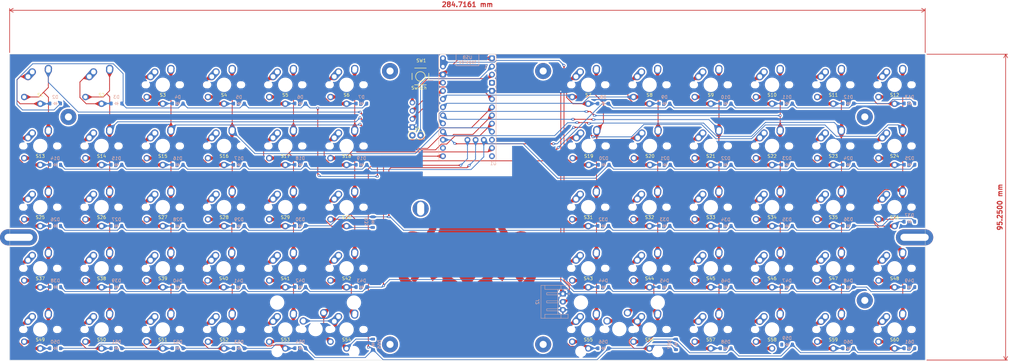
<source format=kicad_pcb>
(kicad_pcb (version 20221018) (generator pcbnew)
  (layers (0 "F.Cu" signal) (31 "B.Cu" signal) (34 "B.Paste" user) (35 "F.Paste" user) (36 "B.SilkS" user "B.Silkscreen") (37 "F.SilkS" user "F.Silkscreen") (38 "B.Mask" user) (39 "F.Mask" user) (44 "Edge.Cuts" user))
  (net 0 "")
  (net 1 "Row0")
  (net 2 "Net-(D2-A)")
  (net 3 "Net-(D3-A)")
  (net 4 "Net-(D4-A)")
  (net 5 "Net-(D5-A)")
  (net 6 "Net-(D6-A)")
  (net 7 "Net-(D7-A)")
  (net 8 "Net-(D8-A)")
  (net 9 "Net-(D9-A)")
  (net 10 "Net-(D10-A)")
  (net 11 "Net-(D11-A)")
  (net 12 "Net-(D12-A)")
  (net 13 "Net-(D13-A)")
  (net 14 "Row1")
  (net 15 "Net-(D14-A)")
  (net 16 "Net-(D15-A)")
  (net 17 "Net-(D16-A)")
  (net 18 "Net-(D17-A)")
  (net 19 "Net-(D18-A)")
  (net 20 "Net-(D19-A)")
  (net 21 "Net-(D20-A)")
  (net 22 "Net-(D21-A)")
  (net 23 "Net-(D22-A)")
  (net 24 "Net-(D23-A)")
  (net 25 "Net-(D24-A)")
  (net 26 "Net-(D25-A)")
  (net 27 "Row2")
  (net 28 "Net-(D26-A)")
  (net 29 "Net-(D27-A)")
  (net 30 "Net-(D28-A)")
  (net 31 "Net-(D29-A)")
  (net 32 "Net-(D30-A)")
  (net 33 "Net-(D31-A)")
  (net 34 "Net-(D32-A)")
  (net 35 "Net-(D33-A)")
  (net 36 "Net-(D34-A)")
  (net 37 "Net-(D35-A)")
  (net 38 "Net-(D36-A)")
  (net 39 "Net-(D37-A)")
  (net 40 "Row3")
  (net 41 "Net-(D38-A)")
  (net 42 "Net-(D39-A)")
  (net 43 "Net-(D40-A)")
  (net 44 "Net-(D41-A)")
  (net 45 "Net-(D42-A)")
  (net 46 "Net-(D43-A)")
  (net 47 "Net-(D44-A)")
  (net 48 "Net-(D45-A)")
  (net 49 "Net-(D46-A)")
  (net 50 "Net-(D47-A)")
  (net 51 "Net-(D48-A)")
  (net 52 "Net-(D49-A)")
  (net 53 "Row4")
  (net 54 "Net-(D50-A)")
  (net 55 "Net-(D51-A)")
  (net 56 "Net-(D52-A)")
  (net 57 "Net-(D53-A)")
  (net 58 "Net-(D54-A)")
  (net 59 "Net-(D55-A)")
  (net 60 "Net-(D56-A)")
  (net 61 "Net-(D57-A)")
  (net 62 "Net-(D58-A)")
  (net 63 "Net-(D59-A)")
  (net 64 "Net-(D60-A)")
  (net 65 "Net-(D61-A)")
  (net 66 "GND")
  (net 67 "BAT+")
  (net 68 "3V3")
  (net 69 "CS")
  (net 70 "Column0")
  (net 71 "Column1")
  (net 72 "Column2")
  (net 73 "Column3")
  (net 74 "Column4")
  (net 75 "Column5")
  (net 76 "Column6")
  (net 77 "Column7")
  (net 78 "Column8")
  (net 79 "Column9")
  (net 80 "Column10")
  (net 81 "Column11")
  (net 82 "Net-(U1-RST)")
  (net 83 "MOSI")
  (net 85 "SCK")
  (footprint "Cthulhu-backups:MX_Alps_Choc" (layer "F.Cu") (at 135.725 116.675)
    (fp_text reference "S41")
    (fp_text value "Keyswitch")
  )
  (footprint "Cthulhu-backups:MX_Alps_Choc" (layer "F.Cu") (at 97.625 116.675)
    (fp_text reference "S39")
    (fp_text value "Keyswitch")
  )
  (footprint "" (layer "F.Cu") (at 331.406846 107.029695)
    (fp_text reference "")
    (fp_text value "")
  )
  (footprint "Cthulhu-backups:MX_Alps_Choc" (layer "F.Cu") (at 268.041092 59.525)
    (fp_text reference "S9")
    (fp_text value "Keyswitch")
  )
  (footprint "Cthulhu-backups:MX_Alps_Choc" (layer "F.Cu") (at 325.191092 116.675)
    (fp_text reference "S48")
    (fp_text value "Keyswitch")
  )
  (footprint "PCM_marbastlib-xp-various:Cthulhu2" (layer "F.Cu") (at 192.341092 120.15)
    (fp_text reference "")
    (fp_text value "" hide)
  )
  (footprint "Cthulhu-backups:MX_Alps_Choc" (layer "F.Cu") (at 287.091092 135.725)
    (fp_text reference "S58")
    (fp_text value "Keyswitch")
  )
  (footprint "Cthulhu-backups:MX_Alps_Choc" (layer "F.Cu") (at 268.041092 97.625)
    (fp_text reference "S33")
    (fp_text value "Keyswitch")
  )
  (footprint "Cthulhu-backups:MX_Alps_Choc" (layer "F.Cu") (at 59.525 59.525)
    (fp_text reference "S1")
    (fp_text value "Keyswitch")
  )
  (footprint "Cthulhu-backups:MX_Alps_Choc" (layer "F.Cu") (at 78.575 59.525)
    (fp_text reference "S2")
    (fp_text value "Keyswitch")
  )
  (footprint "Cthulhu-backups:MX_Alps_Choc" (layer "F.Cu") (at 268.041092 135.725)
    (fp_text reference "S57")
    (fp_text value "Keyswitch")
  )
  (footprint "Cthulhu-backups:MX_Alps_Choc" (layer "F.Cu") (at 248.991092 97.625)
    (fp_text reference "S32")
    (fp_text value "Keyswitch")
  )
  (footprint "Cthulhu-backups:MX_Alps_Choc" (layer "F.Cu") (at 325.191092 135.725)
    (fp_text reference "S60")
    (fp_text value "Keyswitch")
  )
  (footprint "Cthulhu-backups:MX_Alps_Choc" (layer "F.Cu") (at 248.991092 59.525)
    (fp_text reference "S8")
    (fp_text value "Keyswitch")
  )
  (footprint "Cthulhu-backups:MX_Alps_Choc" (layer "F.Cu") (at 154.775 97.625)
    (fp_text reference "S30")
    (fp_text value "Keyswitch")
  )
  (footprint "" (layer "F.Cu") (at 215.916124 55.237464)
    (fp_text reference "")
    (fp_text value "")
  )
  (footprint "Cthulhu-backups:MX_Alps_Choc" (layer "F.Cu") (at 78.575 78.575)
    (fp_text reference "S14")
    (fp_text value "Keyswitch")
  )
  (footprint "Cthulhu-backups:MX_Alps_Choc" (layer "F.Cu") (at 116.675 97.625)
    (fp_text reference "S28")
    (fp_text value "Keyswitch")
  )
  (footprint "Cthulhu-backups:MX_Alps_Choc" (layer "F.Cu") (at 135.725 135.725)
    (fp_text reference "S53")
    (fp_text value "Keyswitch")
  )
  (footprint "Cthulhu-backups:MX_Alps_Choc" (layer "F.Cu") (at 78.575 135.725)
    (fp_text reference "S50")
    (fp_text value "Keyswitch")
  )
  (footprint "" (layer "F.Cu") (at 168.291084 55.237464)
    (fp_text reference "")
    (fp_text value "")
  )
  (footprint "Cthulhu-backups:MX_Alps_Choc" (layer "F.Cu") (at 154.775 116.675)
    (fp_text reference "S42")
    (fp_text value "Keyswitch")
  )
  (footprint "Cthulhu-backups:MX_Alps_Choc" (layer "F.Cu") (at 287.091092 78.575)
    (fp_text reference "S22")
    (fp_text value "Keyswitch")
  )
  (footprint "Cthulhu-backups:MX_Alps_Choc" (layer "F.Cu") (at 249.118092 78.575)
    (fp_text reference "S20")
    (fp_text value "Keyswitch")
  )
  (footprint "TestPoint:TestPoint_Bridge_Pitch2.54mm_Drill1.0mm" (layer "F.Cu") (at 177.786092 75.275 180)
    (fp_text reference "J4")
    (fp_text value "CS pin")
  )
  (footprint "Cthulhu-backups:MX_Alps_Choc" (layer "F.Cu") (at 59.525 135.725)
    (fp_text reference "S49")
    (fp_text value "Keyswitch")
  )
  (footprint "Cthulhu-backups:MX_Alps_Choc" (layer "F.Cu") (at 268.041092 116.675)
    (fp_text reference "S45")
    (fp_text value "Keyswitch")
  )
  (footprint "Cthulhu-backups:MX_Alps_Choc" (layer "F.Cu") (at 248.991092 116.675)
    (fp_text reference "S44")
    (fp_text value "Keyswitch")
  )
  (footprint "Cthulhu-backups:MX_Alps_Choc" (layer "F.Cu") (at 306.141092 78.575)
    (fp_text reference "S23")
    (fp_text value "Keyswitch")
  )
  (footprint "Cthulhu-backups:MX_Alps_Choc" (layer "F.Cu") (at 229.941092 135.725)
    (fp_text reference "S55")
    (fp_text value "Keyswitch")
  )
  (footprint "Cthulhu-backups:MX_Alps_Choc" (layer "F.Cu") (at 154.775 78.575)
    (fp_text reference "S18")
    (fp_text value "Keyswitch")
  )
  (footprint "" (layer "F.Cu") (at 177.816092 98.1)
    (fp_text reference "")
    (fp_text value "")
  )
  (footprint "Cthulhu-backups:MX_PCB_200B" (layer "F.Cu") (at 145.123 135.598)
    (fp_text reference "S61" hide)
    (fp_text value "Keyswitch" hide)
  )
  (footprint "Cthulhu-backups:MX_Alps_Choc" (layer "F.Cu") (at 59.525 78.575)
    (fp_text reference "S13")
    (fp_text value "Keyswitch")
  )
  (footprint "Cthulhu-backups:MX_Alps_Choc" (layer "F.Cu") (at 97.625 78.575)
    (fp_text reference "S15")
    (fp_text value "Keyswitch")
  )
  (footprint "Cthulhu-backups:MX_Alps_Choc" (layer "F.Cu") (at 78.575 116.675)
    (fp_text reference "S38")
    (fp_text value "Keyswitch")
  )
  (footprint "" (layer "F.Cu") (at 68.2785 69.524976)
    (fp_text reference "")
    (fp_text value "")
  )
  (footprint "Cthulhu-backups:MX_Alps_Choc" (layer "F.Cu") (at 306.141092 59.525)
    (fp_text reference "S11")
    (fp_text value "Keyswitch")
  )
  (footprint "Cthulhu-backups:MX_Alps_Choc" (layer "F.Cu") (at 78.575 97.625)
    (fp_text reference "S26")
    (fp_text value "Keyswitch")
  )
  (footprint "Cthulhu-backups:MX_Alps_Choc" (layer "F.Cu") (at 325.191092 59.525)
    (fp_text reference "S12")
    (fp_text value "Keyswitch")
  )
  (footprint "Cthulhu-backups:MX_Alps_Choc" (layer "F.Cu") (at 59.525 97.625)
    (fp_text reference "S25")
    (fp_text value "Keyswitch")
  )
  (footprint "Cthulhu-backups:MX_PCB_200B" (layer "F.Cu") (at 239.593092 135.598)
    (fp_text reference "S62" hide)
    (fp_text value "Keyswitch" hide)
  )
  (footprint "Cthulhu-backups:MX_Alps_Choc" (layer "F.Cu") (at 154.775 59.525)
    (fp_text reference "S6")
    (fp_text value "Keyswitch")
  )
  (footprint "Cthulhu-backups:MX_Alps_Choc" (layer "F.Cu") (at 116.675 135.725)
    (fp_text reference "S52")
    (fp_text value "Keyswitch")
  )
  (footprint "PCM_4ms_Switch:Button_Tact_Sqkg" (layer "F.Cu") (at 177.741092 56.925 180)
    (fp_text reference "SW1")
    (fp_text value "Switch")
  )
  (footprint "Cthulhu-backups:MX_Alps_Choc" (layer "F.Cu") (at 325.191092 97.625)
    (fp_text reference "S36")
    (fp_text value "Keyswitch")
  )
  (footprint "Cthulhu-backups:MX_Alps_Choc" (layer "F.Cu") (at 97.625 97.625)
    (fp_text reference "S27")
    (fp_text value "Keyswitch")
  )
  (footprint "Cthulhu-backups:MX_Alps_Choc" (layer "F.Cu") (at 306.141092 135.725)
    (fp_text reference "S59")
    (fp_text value "Keyswitch")
  )
  (footprint "Cthulhu-backups:MX_Alps_Choc" (layer "F.Cu") (at 229.941092 116.675)
    (fp_text reference "S43")
    (fp_text value "Keyswitch")
  )
  (footprint "Cthulhu-backups:MX_Alps_Choc" (layer "F.Cu") (at 325.191092 78.575)
    (fp_text reference "S24")
    (fp_text value "Keyswitch")
  )
  (footprint "Cthulhu-backups:MX_Alps_Choc" (layer "F.Cu") (at 116.675 78.575)
    (fp_text reference "S16")
    (fp_text value "Keyswitch")
  )
  (footprint "Cthulhu-backups:MX_Alps_Choc" (layer "F.Cu") (at 116.675 59.525)
    (fp_text reference "S4")
    (fp_text value "Keyswitch")
  )
  (footprint "Cthulhu-backups:MX_Alps_Choc" (layer "F.Cu") (at 97.625 135.725)
    (fp_text reference "S51")
    (fp_text value "Keyswitch")
  )
  (footprint "Cthulhu-backups:MX_Alps_Choc" (layer "F.Cu") (at 116.548 116.675)
    (fp_text reference "S40")
    (fp_text value "Keyswitch")
  )
  (footprint "Cthulhu-backups:MX_Alps_Choc" (layer "F.Cu") (at 287.091092 59.525)
    (fp_text reference "S10")
    (fp_text value "Keyswitch")
  )
  (footprint "Cthulhu-backups:MX_Alps_Choc" (layer "F.Cu") (at 229.941092 97.625)
    (fp_text reference "S31")
    (fp_text value "Keyswitch")
  )
  (footprint "" (layer "F.Cu") (at 315.928708 69.524976)
    (fp_text reference "")
    (fp_text value "")
  )
  (footprint "" (layer "F.Cu") (at 168.291084 140.367223)
    (fp_text reference "")
    (fp_text value "")
  )
  (footprint "Cthulhu-backups:MX_Alps_Choc" (layer "F.Cu") (at 135.725 97.625)
    (fp_text reference "S29")
    (fp_text value "Keyswitch")
  )
  (footprint "" (layer "F.Cu") (at 315.928708 126.675024)
    (fp_text reference "")
    (fp_text value "")
  )
  (footprint "Cthulhu-backups:MX_Alps_Choc" (layer "F.Cu") (at 59.525 116.675)
    (fp_text reference "S37")
    (fp_text value "Keyswitch")
  )
  (footprint "Cthulhu-backups:MX_Alps_Choc" (layer "F.Cu") (at 97.625 59.525)
    (fp_text reference "S3")
    (fp_text value "Keyswitch")
  )
  (footprint "PCM_marbastlib-xp-various:Cthulhu2" (layer "F.Cu") (at 192.353607 120.102792)
    (fp_text reference "G***" hide)
    (fp_text value "LOGO" hide)
  )
  (footprint "Cthulhu-backups:MX_Alps_Choc" (layer "F.Cu") (at 306.141092 97.625)
    (fp_text reference "S35")
    (fp_text value "Keyswitch")
  )
  (footprint "Cthulhu-backups:MX_Alps_Choc" (layer "F.Cu") (at 287.091092 116.675)
    (fp_text reference "S46")
    (fp_text value "Keyswitch")
  )
  (footprint "Cthulhu-backups:MX_Alps_Choc" (layer "F.Cu") (at 268.041092 78.575)
    (fp_text reference "S21")
    (fp_text value "Keyswitch")
  )
  (footprint "Cthulhu-backups:MX_Alps_Choc" (layer "F.Cu") (at 248.991092 135.725)
    (fp_text reference "S56")
    (fp_text value "Keyswitch")
  )
  (footprint "Cthulhu-backups:MX_Alps_Choc" (layer "F.Cu") (at 135.725 78.575)
    (fp_text reference "S17")
    (fp_text value "Keyswitch")
  )
  (footprint "ScottoKeebs_Components:OLED_128x32" (layer "F.Cu") (at 173.636092 62.92)
    (fp_text reference "J3" hide)
    (fp_text value "OLED_128x32")
  )
  (footprint "Cthulhu-backups:MX_Alps_Choc" (layer "F.Cu") (at 230.068092 78.575)
    (fp_text reference "S19")
    (fp_text value "Keyswitch")
  )
  (footprint "Cthulhu-backups:MX_Alps_Choc" (layer "F.Cu") (at 135.725 59.525)
    (fp_text reference "S5")
    (fp_text value "Keyswitch")
  )
  (footprint "" (layer "F.Cu") (at 52.800362 107.029695)
    (fp_text reference "")
    (fp_text value "")
  )
  (footprint "Cthulhu-backups:MX_Alps_Choc" (layer "F.Cu") (at 306.141092 116.675)
    (fp_text reference "S47")
    (fp_text value "Keyswitch")
  )
  (footprint "" (layer "F.Cu") (at 215.916124 140.367223)
    (fp_text reference "")
    (fp_text value "")
  )
  (footprint "Cthulhu-backups:MX_Alps_Choc" (layer "F.Cu") (at 154.775 135.725)
    (fp_text reference "S54")
    (fp_text value "Keyswitch")
  )
  (footprint "Cthulhu-backups:MX_Alps_Choc" (layer "F.Cu") (at 229.941092 59.525)
    (fp_text reference "S7")
    (fp_text value "Keyswitch")
  )
  (footprint "Cthulhu-backups:MX_Alps_Choc" (layer "F.Cu") (at 287.091092 97.625)
    (fp_text reference "S34")
    (fp_text value "Keyswitch")
  )
  (footprint "ScottoKeebs_Components:Diode_SOD-123" (layer "B.Cu") (at 140.366092 103.45 180)
    (fp_text reference "D30")
    (fp_text value "Diode")
  )
  (footprint "ScottoKeebs_Components:Diode_SOD-123" (layer "B.Cu") (at 310.791092 122.525 180)
    (fp_text reference "D48")
    (fp_text value "Diode")
  )
  (footprint "ScottoKeebs_Components:Diode_SOD-123" (layer "B.Cu") (at 140.366092 84.4 180)
    (fp_text reference "D18")
    (fp_text value "Diode")
  )
  (footprint "ScottoKeebs_Components:Diode_SOD-123" (layer "B.Cu") (at 329.857184 84.4 180)
    (fp_text reference "D25")
    (fp_text value "Diode")
  )
  (footprint "ScottoKeebs_Components:Diode_SOD-123" (layer "B.Cu") (at 310.816092 103.425 180)
    (fp_text reference "D36")
    (fp_text value "Diode")
  )
  (footprint "ScottoKeebs_Components:Diode_SOD-123" (layer "B.Cu") (at 163.016542 140.374308 90)
    (fp_text reference "D55")
    (fp_text value "Diode")
  )
  (footprint "ScottoKeebs_Components:Diode_SOD-123" (layer "B.Cu") (at 329.841092 122.525 180)
    (fp_text reference "D49")
    (fp_text value "Diode")
  )
  (footprint "ScottoKeebs_Components:Diode_SOD-123" (layer "B.Cu") (at 102.291092 103.475 180)
    (fp_text reference "D28")
    (fp_text value "Diode")
  )
  (footprint "ScottoKeebs_Components:Diode_SOD-123" (layer "B.Cu") (at 272.691092 103.5 180)
    (fp_text reference "D34")
    (fp_text value "Diode")
  )
  (footprint "ScottoKeebs_Components:Diode_SOD-123" (layer "B.Cu") (at 234.734184 84.425 180)
    (fp_text reference "D20")
    (fp_text value "Diode")
  )
  (footprint "Connector_JST:JST_EH_S3B-EH_1x03_P2.50mm_Horizontal" (layer "B.Cu") (at 222.041092 124.6 -90)
    (fp_text reference "J2")
    (fp_text value "Conn_01x03_Socket")
  )
  (footprint "ScottoKeebs_Components:Diode_SOD-123" (layer "B.Cu") (at 234.616092 122.525 180)
    (fp_text reference "D44")
    (fp_text value "Diode")
  )
  (footprint "ScottoKeebs_Components:Diode_SOD-123" (layer "B.Cu") (at 64.166092 65.35 180)
    (fp_text reference "D2")
    (fp_text value "Diode")
  )
  (footprint "ScottoKeebs_Components:Diode_SOD-123" (layer "B.Cu") (at 102.275 122.525 180)
    (fp_text reference "D40")
    (fp_text value "Diode")
  )
  (footprint "ScottoKeebs_Components:Diode_SOD-123" (layer "B.Cu") (at 140.366092 65.35 180)
    (fp_text reference "D6")
    (fp_text value "Diode")
  )
  (footprint "ScottoKeebs_Components:Diode_SOD-123" (layer "B.Cu") (at 121.316092 103.475 180)
    (fp_text reference "D29")
    (fp_text value "Diode")
  )
  (footprint "ScottoKeebs_Components:Diode_SOD-123" (layer "B.Cu") (at 272.691092 122.525 180)
    (fp_text reference "D46")
    (fp_text value "Diode")
  )
  (footprint "ScottoKeebs_Components:Diode_SOD-123" (layer "B.Cu") (at 310.807184 65.35 180)
    (fp_text reference "D12")
    (fp_text value "Diode")
  )
  (footprint "PCM_marbastlib-xp-promicroish:nice_nano_AH_USBup" (layer "B.Cu") (at 192.366092 67.78 180)
    (fp_text reference "U1")
    (fp_text value "nice_nano")
  )
  (footprint "ScottoKeebs_Components:Diode_SOD-123" (layer "B.Cu") (at 234.591092 141.575 180)
    (fp_text reference "D56")
    (fp_text value "Diode")
  )
  (footprint "ScottoKeebs_Components:Diode_SOD-123" (layer "B.Cu") (at 121.316092 84.425 180)
    (fp_text reference "D17")
    (fp_text value "Diode")
  )
  (footprint "ScottoKeebs_Components:Diode_SOD-123" (layer "B.Cu") (at 64.166908 103.472032 180)
    (fp_text reference "D26")
    (fp_text value "Diode")
  )
  (footprint "ScottoKeebs_Components:Diode_SOD-123" (layer "B.Cu") (at 310.791092 141.575 180)
    (fp_text reference "D60")
    (fp_text value "Diode")
  )
  (footprint "ScottoKeebs_Components:Diode_SOD-123" (layer "B.Cu") (at 83.216092 103.475 180)
    (fp_text reference "D27")
    (fp_text value "Diode")
  )
  (footprint "ScottoKeebs_Components:Diode_SOD-123" (layer "B.Cu") (at 64.2 122.5 180)
    (fp_text reference "D38")
    (fp_text value "Diode")
  )
  (footprint "ScottoKeebs_Components:Diode_SOD-123" (layer "B.Cu") (at 291.732184 84.4 180)
    (fp_text reference "D23")
    (fp_text value "Diode")
  )
  (footprint "ScottoKeebs_Components:Diode_SOD-123" (layer "B.Cu") (at 102.266092 84.425 180)
    (fp_text reference "D16")
    (fp_text value "Diode")
  )
  (footprint "ScottoKeebs_Components:Diode_SOD-123" (layer "B.Cu") (at 159.416092 65.375 180)
    (fp_text reference "D7")
    (fp_text value "Diode")
  )
  (footprint "ScottoKeebs_Components:Diode_SOD-123" (layer "B.Cu") (at 83.216092 65.35 180)
    (fp_text reference "D3")
    (fp_text value "Diode")
  )
  (footprint "ScottoKeebs_Components:Diode_SOD-123" (layer "B.Cu") (at 329.841092 141.575 180)
    (fp_text reference "D61")
    (fp_text value "Diode")
  )
  (footprint "ScottoKeebs_Components:Diode_SOD-123" (layer "B.Cu") (at 272.691092 141.575 180)
    (fp_text reference "D58")
    (fp_text value "Diode")
  )
  (footprint "ScottoKeebs_Components:Diode_SOD-123" (layer "B.Cu") (at 140.375 122.5 180)
    (fp_text reference "D42")
    (fp_text value "Diode")
  )
  (footprint "ScottoKeebs_Components:Diode_SOD-123" (layer "B.Cu") (at 83.225 141.575 180)
    (fp_text reference "D51")
    (fp_text value "Diode")
  )
  (footprint "ScottoKeebs_Components:Diode_SOD-123" (layer "B.Cu") (at 83.225 122.5 180)
    (fp_text reference "D39")
    (fp_text value "Diode")
  )
  (footprint "ScottoKeebs_Components:Diode_SOD-123" (layer "B.Cu") (at 121.325 141.6 180)
    (fp_text reference "D53")
    (fp_text value "Diode")
  )
  (footprint "ScottoKeebs_Components:Diode_SOD-123" (layer "B.Cu") (at 329.832184 65.35 180)
    (fp_text reference "D13")
    (fp_text value "Diode")
  )
  (footprint "ScottoKeebs_Components:Diode_SOD-123" (layer "B.Cu") (at 83.216092 84.425 180)
    (fp_text reference "D15")
    (fp_text value "Diode")
  )
  (footprint "ScottoKeebs_Components:Diode_SOD-123" (layer "B.Cu") (at 291.741092 103.475 180)
    (fp_text reference "D35")
    (fp_text value "Diode")
  )
  (footprint "ScottoKeebs_Components:Diode_SOD-123" (layer "B.Cu") (at 291.732184 65.35 180)
    (fp_text reference "D11")
    (fp_text value "Diode")
  )
  (footprint "ScottoKeebs_Components:Diode_SOD-123" (layer "B.Cu") (at 291.741092 122.525 180)
    (fp_text reference "D47")
    (fp_text value "Diode")
  )
  (footprint "ScottoKeebs_Components:Diode_SOD-123" (layer "B.Cu") (at 253.641092 122.525 180)
    (fp_text reference "D45")
    (fp_text value "Diode")
  )
  (footprint "ScottoKeebs_Components:Diode_SOD-123" (layer "B.Cu") (at 121.191092 122.55 180)
    (fp_text reference "D41")
    (fp_text value "Diode")
  )
  (footprint "ScottoKeebs_Components:Diode_SOD-123" (layer "B.Cu") (at 272.682184 65.375 180)
    (fp_text reference "D10")
    (fp_text value "Diode")
  )
  (footprint "ScottoKeebs_Components:Diode_SOD-123" (layer "B.Cu") (at 291.766092 140.425 180)
    (fp_text reference "D59")
    (fp_text value "Diode")
  )
  (footprint "ScottoKeebs_Components:Diode_SOD-123" (layer "B.Cu") (at 64.166092 84.425 180)
    (fp_text reference "D14")
    (fp_text value "Diode")
  )
  (footprint "ScottoKeebs_Components:Diode_SOD-123" (layer "B.Cu") (at 121.316092 65.375 180)
    (fp_text reference "D5")
    (fp_text value "Diode")
  )
  (footprint "ScottoKeebs_Components:Diode_SOD-123" (layer "B.Cu") (at 64.175 141.575 180)
    (fp_text reference "D50")
    (fp_text value "Diode")
  )
  (footprint "ScottoKeebs_Components:Diode_SOD-123" (layer "B.Cu") (at 102.266092 65.35 180)
    (fp_text reference "D4")
    (fp_text value "Diode")
  )
  (footprint "ScottoKeebs_Components:Diode_SOD-123" (layer "B.Cu") (at 140.375 141.55 180)
    (fp_text reference "D54")
    (fp_text value "Diode")
  )
  (footprint "ScottoKeebs_Components:Diode_SOD-123" (layer "B.Cu") (at 162.966092 102.3 -90)
    (fp_text reference "D31")
    (fp_text value "Diode")
  )
  (footprint "ScottoKeebs_Components:Diode_SOD-123" (layer "B.Cu") (at 253.784184 84.425 180)
    (fp_text reference "D21")
    (fp_text value "Diode")
  )
  (footprint "ScottoKeebs_Components:Diode_SOD-123" (layer "B.Cu") (at 257.216092 140.375 -90)
    (fp_text reference "D57")
    (fp_text value "Diode")
  )
  (footprint "ScottoKeebs_Components:Diode_SOD-123" (layer "B.Cu") (at 272.682184 84.425 180)
    (fp_text reference "D22")
    (fp_text value "Diode")
  )
  (footprint "ScottoKeebs_Components:Diode_SOD-123" (layer "B.Cu") (at 234.591092 103.475 180)
    (fp_text reference "D32")
    (fp_text value "Diode")
  )
  (footprint "ScottoKeebs_Components:Diode_SOD-123" (layer "B.Cu") (at 234.582184 65.375 180)
    (fp_text reference "D8")
    (fp_text value "Diode")
  )
  (footprint "ScottoKeebs_Components:Diode_SOD-123" (layer "B.Cu") (at 329.816092 102.15 180)
    (fp_text reference "D37")
    (fp_text value "Diode")
  )
  (footprint "ScottoKeebs_Components:Diode_SOD-123" (layer "B.Cu") (at 253.632184 65.375 180)
    (fp_text reference "D9")
    (fp_text value "Diode")
  )
  (footprint "ScottoKeebs_Components:Diode_SOD-123" (layer "B.Cu") (at 310.782184 84.425 180)
    (fp_text reference "D24")
    (fp_text value "Diode")
  )
  (footprint "ScottoKeebs_Components:Diode_SOD-123" (layer "B.Cu") (at 159.416092 84.425 180)
    (fp_text reference "D19")
    (fp_text value "Diode")
  )
  (footprint "ScottoKeebs_Components:Diode_SOD-123" (layer "B.Cu") (at 253.641092 103.45 180)
    (fp_text reference "D33")
    (fp_text value "Diode")
  )
  (footprint "ScottoKeebs_Components:Diode_SOD-123" (layer "B.Cu") (at 102.275 141.575 180)
    (fp_text reference "D52")
    (fp_text value "Diode")
  )
  (footprint "ScottoKeebs_Components:Diode_SOD-123" (layer "B.Cu") (at 159.425 122.525 180)
    (fp_text reference "D43")
    (fp_text value "Diode")
  )
  (gr_rect (start 50 50) (end 334.716092 145.25) (stroke (width 0.1)) (fill none) (layer "Edge.Cuts"))
  (dimension (type aligned) (layer "F.Cu") (pts (xy 334.716092 50) (xy 334.716092 145.25)) (height -25.025) (gr_text "95.2500 mm" (at 357.941092 97.625 90) (layer "F.Cu") (effects (font (size 1.5 1.5) (thickness 0.3)))) (format (prefix "") (suffix "") (units 3) (units_format 1) (precision 4)) (style (thickness 0.2) (arrow_length 1.27) (text_position_mode 0) (extension_height 0.58642) (extension_offset 0.5) keep_text_aligned))
  (dimension (type aligned) (layer "F.Cu") (pts (xy 50 50) (xy 334.716092 50)) (height -13.675) (gr_text "284.7161 mm" (at 192.358046 34.525) (layer "F.Cu") (effects (font (size 1.5 1.5) (thickness 0.3)))) (format (prefix "") (suffix "") (units 3) (units_format 1) (precision 4)) (style (thickness 0.2) (arrow_length 1.27) (text_position_mode 0) (extension_height 0.58642) (extension_offset 0.5) keep_text_aligned))
  (segment (start 220.591092 79.1) (end 216.491092 83.2) (width 0.25) (layer "F.Cu") (net 1))
  (segment (start 145.816092 87.4) (end 145.816092 66.75) (width 0.25) (layer "F.Cu") (net 1))
  (segment (start 216.491092 83.2) (end 164.716092 83.2) (width 0.25) (layer "F.Cu") (net 1))
  (segment (start 164.341092 83.575) (end 164.716092 83.2) (width 0.25) (layer "F.Cu") (net 1))
  (segment (start 164.341092 83.575) (end 164.366092 88.075) (width 0.25) (layer "F.Cu") (net 1))
  (segment (start 146.166092 87.75) (end 145.816092 87.4) (width 0.25) (layer "F.Cu") (net 1))
  (segment (start 164.366092 88.075) (end 164.341092 88.05) (width 0.25) (layer "F.Cu") (net 1))
  (via (at 145.816092 66.75) (size 0.8) (drill 0.4) (layers "F.Cu" "B.Cu") (net 1))
  (via (at 146.166092 87.75) (size 0.8) (drill 0.4) (layers "F.Cu" "B.Cu") (net 1))
  (via (at 164.366092 88.075) (size 0.8) (drill 0.4) (layers "F.Cu" "B.Cu") (net 1))
  (via (at 220.591092 79.1) (size 0.8) (drill 0.4) (layers "F.Cu" "B.Cu") (net 1))
  (segment (start 57.208616 52.957476) (end 82.198568 52.957476) (width 0.25) (layer "B.Cu") (net 1))
  (segment (start 124.341092 66.75) (end 140.616092 66.75) (width 0.25) (layer "B.Cu") (net 1))
  (segment (start 52.266092 57.9) (end 57.208616 52.957476) (width 0.25) (layer "B.Cu") (net 1))
  (segment (start 275.707184 66.75) (end 274.332184 65.375) (width 0.25) (layer "B.Cu") (net 1))
  (segment (start 274.332184 65.375) (end 272.957184 66.75) (width 0.25) (layer "B.Cu") (net 1))
  (segment (start 256.657184 66.75) (end 255.282184 65.375) (width 0.25) (layer "B.Cu") (net 1))
  (segment (start 84.866092 65.35) (end 86.266092 66.75) (width 0.25) (layer "B.Cu") (net 1))
  (segment (start 234.316236 65.375) (end 220.591236 79.1) (width 0.25) (layer "B.Cu") (net 1))
  (segment (start 103.916092 65.35) (end 105.316092 66.75) (width 0.25) (layer "B.Cu") (net 1))
  (segment (start 255.282184 65.375) (end 253.907184 66.75) (width 0.25) (layer "B.Cu") (net 1))
  (segment (start 105.316092 66.75) (end 121.591092 66.75) (width 0.25) (layer "B.Cu") (net 1))
  (segment (start 311.057184 66.75) (end 294.782184 66.75) (width 0.25) (layer "B.Cu") (net 1))
  (segment (start 323.392259 65.35) (end 312.457184 65.35) (width 0.25) (layer "B.Cu") (net 1))
  (segment (start 143.416092 66.75) (end 159.691092 66.75) (width 0.25) (layer "B.Cu") (net 1))
  (segment (start 146.091092 87.75) (end 146.141092 87.8) (width 0.25) (layer "B.Cu") (net 1))
  (segment (start 237.607184 66.75) (end 236.232184 65.375) (width 0.25) (layer "B.Cu") (net 1))
  (segment (start 86.266092 66.75) (end 102.516092 66.75) (width 0.25) (layer "B.Cu") (net 1))
  (segment (start 102.516092 66.75) (end 103.916092 65.35) (width 0.25) (layer "B.Cu") (net 1))
  (segment (start 236.232184 65.375) (end 234.316236 65.375) (width 0.25) (layer "B.Cu") (net 1))
  (segment (start 65.816092 65.35) (end 63.791092 67.375) (width 0.25) (layer "B.Cu") (net 1))
  (segment (start 85.3 56.058908) (end 85.3 64.916092) (width 0.25) (layer "B.Cu") (net 1))
  (segment (start 140.616092 66.75) (end 142.016092 65.35) (width 0.25) (layer "B.Cu") (net 1))
  (segment (start 331.482184 65.35) (end 330.232184 64.1) (width 0.25) (layer "B.Cu") (net 1))
  (segment (start 293.382184 65.35) (end 291.982184 66.75) (width 0.25) (layer "B.Cu") (net 1))
  (segment (start 122.966092 65.375) (end 124.341092 66.75) (width 0.25) (layer "B.Cu") (net 1))
  (segment (start 220.591236 79.1) (end 220.591092 79.1) (width 0.25) (layer "B.Cu") (net 1))
  (segment (start 146.416092 88.075) (end 146.166092 87.825) (width 0.25) (layer "B.Cu") (net 1))
  (segment (start 121.591092 66.75) (end 122.966092 65.375) (width 0.25) (layer "B.Cu") (net 1))
  (segment (start 54.016092 67.375) (end 52.266092 65.625) (width 0.25) (layer "B.Cu") (net 1))
  (segment (start 146.166092 87.75) (end 146.091092 87.75) (width 0.25) (layer "B.Cu") (net 1))
  (segment (start 63.791092 67.375) (end 54.016092 67.375) (width 0.25) (layer "B.Cu") (net 1))
  (segment (start 291.982184 66.75) (end 275.707184 66.75) (width 0.25) (layer "B.Cu") (net 1))
  (segment (start 164.366092 88.075) (end 146.416092 88.075) (width 0.25) (layer "B.Cu") (net 1))
  (segment (start 159.691092 66.75) (end 161.066092 65.375) (width 0.25) (layer "B.Cu") (net 1))
  (segment (start 312.457184 65.35) (end 311.057184 66.75) (width 0.25) (layer "B.Cu") (net 1))
  (segment (start 324.642259 64.1) (end 323.392259 65.35) (width 0.25) (layer "B.Cu") (net 1))
  (segment (start 253.907184 66.75) (end 237.607184 66.75) (width 0.25) (layer "B.Cu") (net 1))
  (segment (start 146.166092 87.825) (end 146.166092 87.75) (width 0.25) (layer "B.Cu") (net 1))
  (segment (start 220.591092 79.1) (end 220.591092 79.100144) (width 0.25) (layer "B.Cu") (net 1))
  (segment (start 330.232184 64.1) (end 324.642259 64.1) (width 0.25) (layer "B.Cu") (net 1))
  (segment (start 85.3 64.916092) (end 84.866092 65.35) (width 0.25) (layer "B.Cu") (net 1))
  (segment (start 294.782184 66.75) (end 293.382184 65.35) (width 0.25) (layer "B.Cu") (net 1))
  (segment (start 52.266092 65.625) (end 52.266092 57.9) (width 0.25) (layer "B.Cu") (net 1))
  (segment (start 142.016092 65.35) (end 143.416092 66.75) (width 0.25) (layer "B.Cu") (net 1))
  (segment (start 82.198568 52.957476) (end 85.3 56.058908) (width 0.25) (layer "B.Cu") (net 1))
  (segment (start 272.957184 66.75) (end 256.657184 66.75) (width 0.25) (layer "B.Cu") (net 1))
  (segment (start 53.266092 65.425) (end 52.291092 64.45) (width 0.25) (layer "F.Cu") (net 2))
  (segment (start 53.281092 56.985) (end 55.715 56.985) (width 0.25) (layer "F.Cu") (net 2))
  (segment (start 59.525 65.425) (end 53.266092 65.425) (width 0.25) (layer "F.Cu") (net 2))
  (segment (start 52.291092 57.975) (end 53.281092 56.985) (width 0.25) (layer "F.Cu") (net 2))
  (segment (start 52.291092 64.45) (end 52.291092 57.975) (width 0.25) (layer "F.Cu") (net 2))
  (segment (start 62.441092 65.425) (end 62.516092 65.35) (width 0.25) (layer "B.Cu") (net 2))
  (segment (start 59.525 65.425) (end 62.441092 65.425) (width 0.25) (layer "B.Cu") (net 2))
  (segment (start 73.531092 56.985) (end 74.765 56.985) (width 0.25) (layer "F.Cu") (net 3))
  (segment (start 78.575 65.425) (end 73.801167 65.425) (width 0.25) (layer "F.Cu") (net 3))
  (segment (start 73.801167 65.425) (end 71.85 63.473833) (width 0.25) (layer "F.Cu") (net 3))
  (segment (start 71.85 63.473833) (end 71.85 58.666092) (width 0.25) (layer "F.Cu") (net 3))
  (segment (start 71.85 58.666092) (end 73.531092 56.985) (width 0.25) (layer "F.Cu") (net 3))
  (segment (start 78.65 65.35) (end 78.575 65.425) (width 0.25) (layer "B.Cu") (net 3))
  (segment (start 81.566092 65.35) (end 78.65 65.35) (width 0.25) (layer "B.Cu") (net 3))
  (segment (start 92.851167 65.425) (end 90.9 63.473833) (width 0.25) (layer "F.Cu") (net 4))
  (segment (start 90.9 58.191092) (end 92.106092 56.985) (width 0.25) (layer "F.Cu") (net 4))
  (segment (start 92.106092 56.985) (end 93.815 56.985) (width 0.25) (layer "F.Cu") (net 4))
  (segment (start 97.625 65.425) (end 92.851167 65.425) (width 0.25) (layer "F.Cu") (net 4))
  (segment (start 90.9 63.473833) (end 90.9 58.191092) (width 0.25) (layer "F.Cu") (net 4))
  (segment (start 100.616092 65.35) (end 97.7 65.35) (width 0.25) (layer "B.Cu") (net 4))
  (segment (start 97.7 65.35) (end 97.625 65.425) (width 0.25) (layer "B.Cu") (net 4))
  (segment (start 111.716092 65.425) (end 116.675 65.425) (width 0.25) (layer "F.Cu") (net 5))
  (segment (start 109.95 63.658908) (end 111.716092 65.425) (width 0.25) (layer "F.Cu") (net 5))
  (segment (start 109.95 59.017588) (end 109.95 63.658908) (width 0.25) (layer "F.Cu") (net 5))
  (segment (start 112.865 56.985) (end 111.982588 56.985) (width 0.25) (layer "F.Cu") (net 5))
  (segment (start 111.982588 56.985) (end 109.95 59.017588) (width 0.25) (layer "F.Cu") (net 5))
  (segment (start 119.666092 65.375) (end 116.725 65.375) (width 0.25) (layer "B.Cu") (net 5))
  (segment (start 116.725 65.375) (end 116.675 65.425) (width 0.25) (layer "B.Cu") (net 5))
  (segment (start 131.032588 56.985) (end 128.916092 59.101496) (width 0.25) (layer "F.Cu") (net 6))
  (segment (start 131.915 56.985) (end 131.032588 56.985) (width 0.25) (layer "F.Cu") (net 6))
  (segment (start 130.766092 65.425) (end 135.725 65.425) (width 0.25) (layer "F.Cu") (net 6))
  (segment (start 128.916092 63.575) (end 130.766092 65.425) (width 0.25) (layer "F.Cu") (net 6))
  (segment (start 128.916092 59.101496) (end 128.916092 63.575) (width 0.25) (layer "F.Cu") (net 6))
  (segment (start 135.8 65.35) (end 135.725 65.425) (width 0.25) (layer "B.Cu") (net 6))
  (segment (start 138.716092 65.35) (end 135.8 65.35) (width 0.25) (layer "B.Cu") (net 6))
  (segment (start 150.082588 56.985) (end 147.941092 59.126496) (width 0.25) (layer "F.Cu") (net 7))
  (segment (start 150.001167 65.425) (end 154.775 65.425) (width 0.25) (layer "F.Cu") (net 7))
  (segment (start 147.941092 63.364925) (end 150.001167 65.425) (width 0.25) (layer "F.Cu") (net 7))
  (segment (start 150.965 56.985) (end 150.082588 56.985) (width 0.25) (layer "F.Cu") (net 7))
  (segment (start 147.941092 59.126496) (end 147.941092 63.364925) (width 0.25) (layer "F.Cu") (net 7))
  (segment (start 157.766092 65.375) (end 154.825 65.375) (width 0.25) (layer "B.Cu") (net 7))
  (segment (start 154.825 65.375) (end 154.775 65.425) (width 0.25) (layer "B.Cu") (net 7))
  (segment (start 229.941092 65.425) (end 225.167259 65.425) (width 0.25) (layer "F.Cu") (net 8))
  (segment (start 225.24868 56.985) (end 226.131092 56.985) (width 0.25) (layer "F.Cu") (net 8))
  (segment (start 223.216092 63.473833) (end 223.216092 59.017588) (width 0.25) (layer "F.Cu") (net 8))
  (segment (start 225.167259 65.425) (end 223.216092 63.473833) (width 0.25) (layer "F.Cu") (net 8))
  (segment (start 223.216092 59.017588) (end 225.24868 56.985) (width 0.25) (layer "F.Cu") (net 8))
  (segment (start 232.932184 65.375) (end 229.991092 65.375) (width 0.25) (layer "B.Cu") (net 8))
  (segment (start 229.991092 65.375) (end 229.941092 65.425) (width 0.25) (layer "B.Cu") (net 8))
  (segment (start 245.181092 56.985) (end 244.29868 56.985) (width 0.25) (layer "F.Cu") (net 9))
  (segment (start 244.29868 56.985) (end 242.266092 59.017588) (width 0.25) (layer "F.Cu") (net 9))
  (segment (start 244.216092 65.425) (end 248.991092 65.425) (width 0.25) (layer "F.Cu") (net 9))
  (segment (start 242.266092 59.017588) (end 242.266092 63.475) (width 0.25) (layer "F.Cu") (net 9))
  (segment (start 242.266092 63.475) (end 244.216092 65.425) (width 0.25) (layer "F.Cu") (net 9))
  (segment (start 249.041092 65.375) (end 248.991092 65.425) (width 0.25) (layer "B.Cu") (net 9))
  (segment (start 251.982184 65.375) (end 249.041092 65.375) (width 0.25) (layer "B.Cu") (net 9))
  (segment (start 261.316092 59.017588) (end 261.316092 63.575) (width 0.25) (layer "F.Cu") (net 10))
  (segment (start 263.34868 56.985) (end 261.316092 59.017588) (width 0.25) (layer "F.Cu") (net 10))
  (segment (start 263.166092 65.425) (end 268.041092 65.425) (width 0.25) (layer "F.Cu") (net 10))
  (segment (start 261.316092 63.575) (end 263.166092 65.425) (width 0.25) (layer "F.Cu") (net 10))
  (segment (start 264.231092 56.985) (end 263.34868 56.985) (width 0.25) (layer "F.Cu") (net 10))
  (segment (start 268.091092 65.375) (end 268.041092 65.425) (width 0.25) (layer "B.Cu") (net 10))
  (segment (start 271.032184 65.375) (end 268.091092 65.375) (width 0.25) (layer "B.Cu") (net 10))
  (segment (start 282.39868 56.985) (end 279.891092 59.492588) (width 0.25) (layer "F.Cu") (net 11))
  (segment (start 279.891092 59.492588) (end 279.891092 63.05) (width 0.25) (layer "F.Cu") (net 11))
  (segment (start 279.891092 63.05) (end 282.266092 65.425) (width 0.25) (layer "F.Cu") (net 11))
  (segment (start 282.266092 65.425) (end 287.091092 65.425) (width 0.25) (layer "F.Cu") (net 11))
  (segment (start 283.281092 56.985) (end 282.39868 56.985) (width 0.25) (layer "F.Cu") (net 11))
  (segment (start 287.166092 65.35) (end 287.091092 65.425) (width 0.25) (layer "B.Cu") (net 11))
  (segment (start 290.082184 65.35) (end 287.166092 65.35) (width 0.25) (layer "B.Cu") (net 11))
  (segment (start 300.556092 56.985) (end 298.741092 58.8) (width 0.25) (layer "F.Cu") (net 12))
  (segment (start 298.741092 58.8) (end 298.741092 63.325) (width 0.25) (layer "F.Cu") (net 12))
  (segment (start 302.331092 56.985) (end 300.556092 56.985) (width 0.25) (layer "F.Cu") (net 12))
  (segment (start 300.841092 65.425) (end 306.141092 65.425) (width 0.25) (layer "F.Cu") (net 12))
  (segment (start 298.741092 63.325) (end 300.841092 65.425) (width 0.25) (layer "F.Cu") (net 12))
  (segment (start 306.216092 65.35) (end 306.141092 65.425) (width 0.25) (layer "B.Cu") (net 12))
  (segment (start 309.157184 65.35) (end 306.216092 65.35) (width 0.25) (layer "B.Cu") (net 12))
  (segment (start 317.966092 63.625) (end 317.966092 59.15) (width 0.25) (layer "F.Cu") (net 13))
  (segment (start 317.966092 59.15) (end 320.131092 56.985) (width 0.25) (layer "F.Cu") (net 13))
  (segment (start 320.131092 56.985) (end 321.381092 56.985) (width 0.25) (layer "F.Cu") (net 13))
  (segment (start 319.766092 65.425) (end 317.966092 63.625) (width 0.25) (layer "F.Cu") (net 13))
  (segment (start 325.191092 65.425) (end 319.766092 65.425) (width 0.25) (layer "F.Cu") (net 13))
  (segment (start 328.182184 65.35) (end 325.266092 65.35) (width 0.25) (layer "B.Cu") (net 13))
  (segment (start 325.266092 65.35) (end 325.191092 65.425) (width 0.25) (layer "B.Cu") (net 13))
  (segment (start 220.416092 88.625) (end 209.686092 77.895) (width 0.25) (layer "B.Cu") (net 14))
  (segment (start 275.707184 85.8) (end 274.332184 84.425) (width 0.25) (layer "B.Cu") (net 14))
  (segment (start 86.241092 85.8) (end 102.541092 85.8) (width 0.25) (layer "B.Cu") (net 14))
  (segment (start 193.516092 85.9) (end 162.541092 85.9) (width 0.25) (layer "B.Cu") (net 14))
  (segment (start 142.016092 84.4) (end 143.416092 85.8) (width 0.25) (layer "B.Cu") (net 14))
  (segment (start 84.866092 84.425) (end 86.241092 85.8) (width 0.25) (layer "B.Cu") (net 14))
  (segment (start 236.384184 84.425) (end 232.209184 88.6) (width 0.25) (layer "B.Cu") (net 14))
  (segment (start 105.291092 85.8) (end 121.591092 85.8) (width 0.25) (layer "B.Cu") (net 14))
  (segment (start 65.816092 84.425) (end 67.191092 85.8) (width 0.25) (layer "B.Cu") (net 14))
  (segment (start 122.966092 84.425) (end 124.341092 85.8) (width 0.25) (layer "B.Cu") (net 14))
  (segment (start 272.957184 85.8) (end 256.809184 85.8) (width 0.25) (layer "B.Cu") (net 14))
  (segment (start 102.541092 85.8) (end 103.916092 84.425) (width 0.25) (layer "B.Cu") (net 14))
  (segment (start 313.807184 85.8) (end 312.432184 84.425) (width 0.25) (layer "B.Cu") (net 14))
  (segment (start 254.059184 85.8) (end 237.759184 85.8) (width 0.25) (layer "B.Cu") (net 14))
  (segment (start 143.416092 85.8) (end 159.691092 85.8) (width 0.25) (layer "B.Cu") (net 14))
  (segment (start 159.691092 85.8) (end 161.066092 84.425) (width 0.25) (layer "B.Cu") (net 14))
  (segment (start 294.782184 85.8) (end 293.382184 84.4) (width 0.25) (layer "B.Cu") (net 14))
  (segment (start 197.446092 81.97) (end 193.516092 85.9) (width 0.25) (layer "B.Cu") (net 14))
  (segment (start 255.434184 84.425) (end 254.059184 85.8) (width 0.25) (layer "B.Cu") (net 14))
  (segment (start 162.541092 85.9) (end 161.066092 84.425) (width 0.25) (layer "B.Cu") (net 14))
  (segment (start 312.432184 84.425) (end 311.057184 85.8) (width 0.25) (layer "B.Cu") (net 14))
  (segment (start 330.107184 85.8) (end 313.807184 85.8) (width 0.25) (layer "B.Cu") (net 14))
  (segment (start 140.616092 85.8) (end 142.016092 84.4) (width 0.25) (layer "B.Cu") (net 14))
  (segment (start 67.191092 85.8) (end 83.491092 85.8) (width 0.25) (layer "B.Cu") (net 14))
  (segment (start 220.441092 88.6) (end 220.416092 88.625) (width 0.25) (layer "B.Cu") (net 14))
  (segment (start 291.982184 85.8) (end 275.707184 85.8) (width 0.25) (layer "B.Cu") (net 14))
  (segment (start 331.507184 84.4) (end 330.107184 85.8) (width 0.25) (layer "B.Cu") (net 14))
  (segment (start 197.446092 76.67) (end 197.446092 81.97) (width 0.25) (layer "B.Cu") (net 14))
  (segment (start 237.759184 85.8) (end 236.384184 84.425) (width 0.25) (layer "B.Cu") (net 14))
  (segment (start 103.916092 84.425) (end 105.291092 85.8) (width 0.25) (layer "B.Cu") (net 14))
  (segment (start 311.057184 85.8) (end 294.782184 85.8) (width 0.25) (layer "B.Cu") (net 14))
  (segment (start 232.209184 88.6) (end 220.441092 88.6) (width 0.25) (layer "B.Cu") (net 14))
  (segment (start 209.686092 77.895) (end 198.671092 77.895) (width 0.25) (layer "B.Cu") (net 14))
  (segment (start 256.809184 85.8) (end 255.434184 84.425) (width 0.25) (layer "B.Cu") (net 14))
  (segment (start 124.341092 85.8) (end 140.616092 85.8) (width 0.25) (layer "B.Cu") (net 14))
  (segment (start 198.671092 77.895) (end 197.446092 76.67) (width 0.25) (layer "B.Cu") (net 14))
  (segment (start 293.382184 84.4) (end 291.982184 85.8) (width 0.25) (layer "B.Cu") (net 14))
  (segment (start 274.332184 84.425) (end 272.957184 85.8) (width 0.25) (layer "B.Cu") (net 14))
  (segment (start 83.491092 85.8) (end 84.866092 84.425) (width 0.25) (layer "B.Cu") (net 14))
  (segment (start 121.591092 85.8) (end 122.966092 84.425) (width 0.25) (layer "B.Cu") (net 14))
  (segment (start 52.8 82.523833) (end 52.8 77.166092) (width 0.25) (layer "F.Cu") (net 15))
  (segment (start 54.751167 84.475) (end 52.8 82.523833) (width 0.25) (layer "F.Cu") (net 15))
  (segment (start 53.931092 76.035) (end 55.715 76.035) (width 0.25) (layer "F.Cu") (net 15))
  (segment (start 52.8 77.166092) (end 53.931092 76.035) (width 0.25) (layer "F.Cu") (net 15))
  (segment (start 59.525 84.475) (end 54.751167 84.475) (width 0.25) (layer "F.Cu") (net 15))
  (segment (start 62.516092 84.425) (end 59.575 84.425) (width 0.25) (layer "B.Cu") (net 15))
  (segment (start 59.575 84.425) (end 59.525 84.475) (width 0.25) (layer "B.Cu") (net 15))
  (segment (start 71.816092 78.101496) (end 71.816092 82.489925) (width 0.25) (layer "F.Cu") (net 16))
  (segment (start 73.882588 76.035) (end 71.816092 78.101496) (width 0.25) (layer "F.Cu") (net 16))
  (segment (start 71.816092 82.489925) (end 73.801167 84.475) (width 0.25) (layer "F.Cu") (net 16))
  (segment (start 74.765 76.035) (end 73.882588 76.035) (width 0.25) (layer "F.Cu") (net 16))
  (segment (start 73.801167 84.475) (end 78.575 84.475) (width 0.25) (layer "F.Cu") (net 16))
  (segment (start 81.566092 84.425) (end 78.625 84.425) (width 0.25) (layer "B.Cu") (net 16))
  (segment (start 78.625 84.425) (end 78.575 84.475) (width 0.25) (layer "B.Cu") (net 16))
  (segment (start 92.851167 84.475) (end 97.625 84.475) (width 0.25) (layer "F.Cu") (net 17))
  (segment (start 92.932588 76.035) (end 90.516092 78.451496) (width 0.25) (layer "F.Cu") (net 17))
  (segment (start 93.815 76.035) (end 92.932588 76.035) (width 0.25) (layer "F.Cu") (net 17))
  (segment (start 90.516092 78.451496) (end 90.516092 82.139925) (width 0.25) (layer "F.Cu") (net 17))
  (segment (start 90.516092 82.139925) (end 92.851167 84.475) (width 0.25) (layer "F.Cu") (net 17))
  (segment (start 100.616092 84.425) (end 97.675 84.425) (width 0.25) (layer "B.Cu") (net 17))
  (segment (start 97.675 84.425) (end 97.625 84.475) (width 0.25) (layer "B.Cu") (net 17))
  (segment (start 109.916092 82.489925) (end 111.901167 84.475) (width 0.25) (layer "F.Cu") (net 18))
  (segment (start 112.865 76.035) (end 111.982588 76.035) (width 0.25) (layer "F.Cu") (net 18))
  (segment (start 109.916092 78.101496) (end 109.916092 82.489925) (width 0.25) (layer "F.Cu") (net 18))
  (segment (start 111.901167 84.475) (end 116.675 84.475) (width 0.25) (layer "F.Cu") (net 18))
  (segment (start 111.982588 76.035) (end 109.916092 78.101496) (width 0.25) (layer "F.Cu") (net 18))
  (segment (start 119.666092 84.425) (end 116.725 84.425) (width 0.25) (layer "B.Cu") (net 18))
  (segment (start 116.725 84.425) (end 116.675 84.475) (width 0.25) (layer "B.Cu") (net 18))
  (segment (start 130.866092 84.475) (end 135.725 84.475) (width 0.25) (layer "F.Cu") (net 19))
  (segment (start 131.032588 76.035) (end 128.991092 78.076496) (width 0.25) (layer "F.Cu") (net 19))
  (segment (start 128.991092 78.076496) (end 128.991092 82.6) (width 0.25) (layer "F.Cu") (net 19))
  (segment (start 128.991092 82.6) (end 130.866092 84.475) (width 0.25) (layer "F.Cu") (net 19))
  (segment (start 131.915 76.035) (end 131.032588 76.035) (width 0.25) (layer "F.Cu") (net 19))
  (segment (start 138.716092 84.4) (end 135.8 84.4) (width 0.25) (layer "B.Cu") (net 19))
  (segment (start 135.8 84.4) (end 135.725 84.475) (width 0.25) (layer "B.Cu") (net 19))
  (segment (start 150.001167 84.475) (end 154.775 84.475) (width 0.25) (layer "F.Cu") (net 20))
  (segment (start 150.082588 76.035) (end 147.816092 78.301496) (width 0.25) (layer "F.Cu") (net 20))
  (segment (start 147.816092 78.301496) (end 147.816092 82.289925) (width 0.25) (layer "F.Cu") (net 20))
  (segment (start 150.965 76.035) (end 150.082588 76.035) (width 0.25) (layer "F.Cu") (net 20))
  (segment (start 147.816092 82.289925) (end 150.001167 84.475) (width 0.25) (layer "F.Cu") (net 20))
  (segment (start 157.766092 84.425) (end 154.825 84.425) (width 0.25) (layer "B.Cu") (net 20))
  (segment (start 154.825 84.425) (end 154.775 84.475) (width 0.25) (layer "B.Cu") (net 20))
  (segment (start 230.068092 84.475) (end 225.294259 84.475) (width 0.25) (layer "F.Cu") (net 21))
  (segment (start 223.341092 82.521833) (end 223.341092 76.825) (width 0.25) (layer "F.Cu") (net 21))
  (segment (start 223.341092 76.825) (end 224.131092 76.035) (width 0.25) (layer "F.Cu") (net 21))
  (segment (start 225.294259 84.475) (end 223.341092 82.521833) (width 0.25) (layer "F.Cu") (net 21))
  (segment (start 224.131092 76.035) (end 226.258092 76.035) (width 0.25) (layer "F.Cu") (net 21))
  (segment (start 233.084184 84.425) (end 230.118092 84.425) (width 0.25) (layer "B.Cu") (net 21))
  (segment (start 230.118092 84.425) (end 230.068092 84.475) (width 0.25) (layer "B.Cu") (net 21))
  (segment (start 243.506092 76.035) (end 245.308092 76.035) (width 0.25) (layer "F.Cu") (net 22))
  (segment (start 249.118092 84.475) (end 244.344259 84.475) (width 0.25) (layer "F.Cu") (net 22))
  (segment (start 244.344259 84.475) (end 242.241092 82.371833) (width 0.25) (layer "F.Cu") (net 22))
  (segment (start 242.241092 77.3) (end 243.506092 76.035) (width 0.25) (layer "F.Cu") (net 22))
  (segment (start 242.241092 82.371833) (end 242.241092 77.3) (width 0.25) (layer "F.Cu") (net 22))
  (segment (start 252.134184 84.425) (end 249.168092 84.425) (width 0.25) (layer "B.Cu") (net 22))
  (segment (start 249.168092 84.425) (end 249.118092 84.475) (width 0.25) (layer "B.Cu") (net 22))
  (segment (start 261.316092 77.775) (end 263.056092 76.035) (width 0.25) (layer "F.Cu") (net 23))
  (segment (start 261.316092 82.523833) (end 261.316092 77.775) (width 0.25) (layer "F.Cu") (net 23))
  (segment (start 263.267259 84.475) (end 261.316092 82.523833) (width 0.25) (layer "F.Cu") (net 23))
  (segment (start 263.056092 76.035) (end 264.231092 76.035) (width 0.25) (layer "F.Cu") (net 23))
  (segment (start 268.041092 84.475) (end 263.267259 84.475) (width 0.25) (layer "F.Cu") (net 23))
  (segment (start 268.091092 84.425) (end 268.041092 84.475) (width 0.25) (layer "B.Cu") (net 23))
  (segment (start 271.032184 84.425) (end 268.091092 84.425) (width 0.25) (layer "B.Cu") (net 23))
  (segment (start 280.366092 78.067588) (end 282.39868 76.035) (width 0.25) (layer "F.Cu") (net 24))
  (segment (start 280.366092 82.523833) (end 280.366092 78.067588) (width 0.25) (layer "F.Cu") (net 24))
  (segment (start 282.39868 76.035) (end 283.281092 76.035) (width 0.25) (layer "F.Cu") (net 24))
  (segment (start 287.091092 84.475) (end 282.317259 84.475) (width 0.25) (layer "F.Cu") (net 24))
  (segment (start 282.317259 84.475) (end 280.366092 82.523833) (width 0.25) (layer "F.Cu") (net 24))
  (segment (start 290.082184 84.4) (end 287.166092 84.4) (width 0.25) (layer "B.Cu") (net 24))
  (segment (start 287.166092 84.4) (end 287.091092 84.475) (width 0.25) (layer "B.Cu") (net 24))
  (segment (start 299.391092 82.498833) (end 299.391092 77.975) (width 0.25) (layer "F.Cu") (net 25))
  (segment (start 301.367259 84.475) (end 299.391092 82.498833) (width 0.25) (layer "F.Cu") (net 25))
  (segment (start 299.391092 77.975) (end 301.331092 76.035) (width 0.25) (layer "F.Cu") (net 25))
  (segment (start 301.331092 76.035) (end 302.331092 76.035) (width 0.25) (layer "F.Cu") (net 25))
  (segment (start 306.141092 84.475) (end 301.367259 84.475) (width 0.25) (layer "F.Cu") (net 25))
  (segment (start 306.191092 84.425) (end 306.141092 84.475) (width 0.25) (layer "B.Cu") (net 25))
  (segment (start 309.132184 84.425) (end 306.191092 84.425) (width 0.25) (layer "B.Cu") (net 25))
  (segment (start 318.441092 78.092588) (end 318.441092 82.498833) (width 0.25) (layer "F.Cu") (net 26))
  (segment (start 320.49868 76.035) (end 318.441092 78.092588) (width 0.25) (layer "F.Cu") (net 26))
  (segment (start 320.417259 84.475) (end 325.191092 84.475) (width 0.25) (layer "F.Cu") (net 26))
  (segment (start 321.381092 76.035) (end 320.49868 76.035) (width 0.25) (layer "F.Cu") (net 26))
  (segment (start 318.441092 82.498833) (end 320.417259 84.475) (width 0.25) (layer "F.Cu") (net 26))
  (segment (start 328.207184 84.4) (end 325.266092 84.4) (width 0.25) (layer "B.Cu") (net 26))
  (segment (start 325.266092 84.4) (end 325.191092 84.475) (width 0.25) (layer "B.Cu") (net 26))
  (segment (start 192.866092 84.675) (end 192.216092 85.325) (width 0.25) (layer "F.Cu") (net 27))
  (segment (start 168.566092 85.325) (end 167.916092 85.975) (width 0.25) (layer "F.Cu") (net 27))
  (segment (start 192.216092 85.325) (end 168.566092 85.325) (width 0.25) (layer "F.Cu") (net 27))
  (segment (start 167.916092 85.975) (end 167.916092 100.65) (width 0.25) (layer "F.Cu") (net 27))
  (via (at 167.941092 100.65) (size 0.8) (drill 0.4) (layers "F.Cu" "B.Cu") (net 27))
  (via (at 192.866092 84.675) (size 0.8) (drill 0.4) (layers "F.Cu" "B.Cu") (net 27))
  (segment (start 294.766092 104.85) (end 293.391092 103.475) (width 0.25) (layer "B.Cu") (net 27))
  (segment (start 274.341092 103.5) (end 272.991092 104.85) (width 0.25) (layer "B.Cu") (net 27))
  (segment (start 105.316092 104.85) (end 103.941092 103.475) (width 0.25) (layer "B.Cu") (net 27))
  (segment (start 83.491092 104.85) (end 67.194876 104.85) (width 0.25) (layer "B.Cu") (net 27))
  (segment (start 84.866092 103.475) (end 83.491092 104.85) (width 0.25) (layer "B.Cu") (net 27))
  (segment (start 330.541092 101.225) (end 323.591092 101.225) (width 0.25) (layer "B.Cu") (net 27))
  (segment (start 323.591092 101.225) (end 321.391092 103.425) (width 0.25) (layer "B.Cu") (net 27))
  (segment (start 86.241092 104.85) (end 84.866092 103.475) (width 0.25) (layer "B.Cu") (net 27))
  (segment (start 275.691092 104.85) (end 274.341092 103.5) (width 0.25) (layer "B.Cu") (net 27))
  (segment (start 121.591092 104.85) (end 105.316092 104.85) (width 0.25) (layer "B.Cu") (net 27))
  (segment (start 162.966092 100.65) (end 167.941092 100.65) (width 0.25) (layer "B.Cu") (net 27))
  (segment (start 149.623833 103.45) (end 142.016092 103.45) (width 0.25) (layer "B.Cu") (net 27))
  (segment (start 152.423833 100.65) (end 149.623833 103.45) (width 0.25) (layer "B.Cu") (net 27))
  (segment (start 234.866092 104.85) (end 236.241092 103.475) (width 0.25) (layer "B.Cu") (net 27))
  (segment (start 293.391092 103.475) (end 292.016092 104.85) (width 0.25) (layer "B.Cu") (net 27))
  (segment (start 256.691092 104.85) (end 255.291092 103.45) (width 0.25) (layer "B.Cu") (net 27))
  (segment (start 237.616092 104.85) (end 236.241092 103.475) (width 0.25) (layer "B.Cu") (net 27))
  (segment (start 168.316092 100.65) (end 172.516092 104.85) (width 0.25) (layer "B.Cu") (net 27))
  (segment (start 255.291092 103.45) (end 253.891092 104.85) (width 0.25) (layer "B.Cu") (net 27))
  (segment (start 142.016092 103.45) (end 140.616092 104.85) (width 0.25) (layer "B.Cu") (net 27))
  (segment (start 172.516092 104.85) (end 234.866092 104.85) (width 0.25) (layer "B.Cu") (net 27))
  (segment (start 194.891092 81.925) (end 194.891092 82.65) (width 0.25) (layer "B.Cu") (net 27))
  (segment (start 194.906092 76.67) (end 194.891092 81.925) (width 0.25) (layer "B.Cu") (net 27))
  (segment (start 167.941092 100.65) (end 168.316092 100.65) (width 0.25) (layer "B.Cu") (net 27))
  (segment (start 312.466092 103.425) (end 311.041092 104.85) (width 0.25) (layer "B.Cu") (net 27))
  (segment (start 311.041092 104.85) (end 294.766092 104.85) (width 0.25) (layer "B.Cu") (net 27))
  (segment (start 103.941092 103.475) (end 102.566092 104.85) (width 0.25) (layer "B.Cu") (net 27))
  (segment (start 102.566092 104.85) (end 86.241092 104.85) (width 0.25) (layer "B.Cu") (net 27))
  (segment (start 292.016092 104.85) (end 275.691092 104.85) (width 0.25) (layer "B.Cu") (net 27))
  (segment (start 122.966092 103.475) (end 121.591092 104.85) (width 0.25) (layer "B.Cu") (net 27))
  (segment (start 194.891092 82.65) (end 192.866092 84.675) (width 0.25) (layer "B.Cu") (net 27))
  (segment (start 162.966092 100.65) (end 152.423833 100.65) (width 0.25) (layer "B.Cu") (net 27))
  (segment (start 67.194876 104.85) (end 65.816908 103.472032) (width 0.25) (layer "B.Cu") (net 27))
  (segment (start 321.391092 103.425) (end 312.466092 103.425) (width 0.25) (layer "B.Cu") (net 27))
  (segment (start 331.466092 102.15) (end 330.541092 101.225) (width 0.25) (layer "B.Cu") (net 27))
  (segment (start 272.991092 104.85) (end 256.691092 104.85) (width 0.25) (layer "B.Cu") (net 27))
  (segment (start 124.341092 104.85) (end 122.966092 103.475) (width 0.25) (layer "B.Cu") (net 27))
  (segment (start 253.891092 104.85) (end 237.616092 104.85) (width 0.25) (layer "B.Cu") (net 27))
  (segment (start 140.616092 104.85) (end 124.341092 104.85) (width 0.25) (layer "B.Cu") (net 27))
  (segment (start 53.856092 95.085) (end 55.715 95.085) (width 0.25) (layer "F.Cu") (net 28))
  (segment (start 52.741092 96.2) (end 53.856092 95.085) (width 0.25) (layer "F.Cu") (net 28))
  (segment (start 54.751167 103.525) (end 52.741092 101.514925) (width 0.25) (layer "F.Cu") (net 28))
  (segment (start 59.525 103.525) (end 54.751167 103.525) (width 0.25) (layer "F.Cu") (net 28))
  (segment (start 52.741092 101.514925) (end 52.741092 96.2) (width 0.25) (layer "F.Cu") (net 28))
  (segment (start 59.577968 103.472032) (end 59.525 103.525) (width 0.25) (layer "B.Cu") (net 28))
  (segment (start 62.516908 103.472032) (end 59.577968 103.472032) (width 0.25) (layer "B.Cu") (net 28))
  (segment (start 78.575 103.525) (end 73.801167 103.525) (width 0.25) (layer "F.Cu") (net 29))
  (segment (start 71.85 101.573833) (end 71.85 96.766092) (width 0.25) (layer "F.Cu") (net 29))
  (segment (start 73.801167 103.525) (end 71.85 101.573833) (width 0.25) (layer "F.Cu") (net 29))
  (segment (start 71.85 96.766092) (end 73.531092 95.085) (width 0.25) (layer "F.Cu") (net 29))
  (segment (start 73.531092 95.085) (end 74.765 95.085) (width 0.25) (layer "F.Cu") (net 29))
  (segment (start 81.566092 103.475) (end 78.625 103.475) (width 0.25) (layer "B.Cu") (net 29))
  (segment (start 78.625 103.475) (end 78.575 103.525) (width 0.25) (layer "B.Cu") (net 29))
  (segment (start 90.9 97.117588) (end 92.932588 95.085) (width 0.25) (layer "F.Cu") (net 30))
  (segment (start 97.625 103.525) (end 92.851167 103.525) (width 0.25) (layer "F.Cu") (net 30))
  (segment (start 90.9 101.573833) (end 90.9 97.117588) (width 0.25) (layer "F.Cu") (net 30))
  (segment (start 92.932588 95.085) (end 93.815 95.085) (width 0.25) (layer "F.Cu") (net 30))
  (segment (start 92.851167 103.525) (end 90.9 101.573833) (width 0.25) (layer "F.Cu") (net 30))
  (segment (start 100.641092 103.475) (end 97.675 103.475) (width 0.25) (layer "B.Cu") (net 30))
  (segment (start 97.675 103.475) (end 97.625 103.525) (width 0.25) (layer "B.Cu") (net 30))
  (segment (start 109.616092 101.8) (end 111.341092 103.525) (width 0.25) (layer "F.Cu") (net 31))
  (segment (start 111.982588 95.085) (end 109.616092 97.451496) (width 0.25) (layer "F.Cu") (net 31))
  (segment (start 109.616092 97.451496) (end 109.616092 101.8) (width 0.25) (layer "F.Cu") (net 31))
  (segment (start 111.341092 103.525) (end 116.675 103.525) (width 0.25) (layer "F.Cu") (net 31))
  (segment (start 112.865 95.085) (end 111.982588 95.085) (width 0.25) (layer "F.Cu") (net 31))
  (segment (start 116.725 103.475) (end 116.675 103.525) (width 0.25) (layer "B.Cu") (net 31))
  (segment (start 119.666092 103.475) (end 116.725 103.475) (width 0.25) (layer "B.Cu") (net 31))
  (segment (start 128.966092 97.151496) (end 128.966092 101.975) (width 0.25) (layer "F.Cu") (net 32))
  (segment (start 130.516092 103.525) (end 135.725 103.525) (width 0.25) (layer "F.Cu") (net 32))
  (segment (start 128.966092 101.975) (end 130.516092 103.525) (width 0.25) (layer "F.Cu") (net 32))
  (segment (start 131.915 95.085) (end 131.032588 95.085) (width 0.25) (layer "F.Cu") (net 32))
  (segment (start 131.032588 95.085) (end 128.966092 97.151496) (width 0.25) (layer "F.Cu") (net 32))
  (segment (start 138.716092 103.45) (end 135.8 103.45) (width 0.25) (layer "B.Cu") (net 32))
  (segment (start 135.8 103.45) (end 135.725 103.525) (width 0.25) (layer "B.Cu") (net 32))
  (segment (start 150.082588 95.085) (end 147.291092 97.876496) (width 0.25) (layer "F.Cu") (net 33))
  (segment (start 147.291092 100.814925) (end 150.001167 103.525) (width 0.25) (layer "F.Cu") (net 33))
  (segment (start 147.291092 97.876496) (end 147.291092 100.814925) (width 0.25) (layer "F.Cu") (net 33))
  (segment (start 150.001167 103.525) (end 154.775 103.525) (width 0.25) (layer "F.Cu") (net 33))
  (segment (start 150.965 95.085) (end 150.082588 95.085) (width 0.25) (layer "F.Cu") (net 33))
  (segment (start 162.966092 103.95) (end 155.2 103.95) (width 0.25) (layer "B.Cu") (net 33))
  (segment (start 155.2 103.95) (end 154.775 103.525) (width 0.25) (layer "B.Cu") (net 33))
  (segment (start 225.167259 103.525) (end 229.941092 103.525) (width 0.25) (layer "F.Cu") (net 34))
  (segment (start 223.216092 97.117588) (end 223.216092 101.573833) (width 0.25) (layer "F.Cu") (net 34))
  (segment (start 223.216092 101.573833) (end 225.167259 103.525) (width 0.25) (layer "F.Cu") (net 34))
  (segment (start 225.24868 95.085) (end 223.216092 97.117588) (width 0.25) (layer "F.Cu") (net 34))
  (segment (start 226.131092 95.085) (end 225.24868 95.085) (width 0.25) (layer "F.Cu") (net 34))
  (segment (start 229.991092 103.475) (end 229.941092 103.525) (width 0.25) (layer "B.Cu") (net 34))
  (segment (start 232.941092 103.475) (end 229.991092 103.475) (width 0.25) (layer "B.Cu") (net 34))
  (segment (start 245.181092 95.085) (end 244.29868 95.085) (width 0.25) (layer "F.Cu") (net 35))
  (segment (start 244.216092 103.525) (end 248.991092 103.525) (width 0.25) (layer "F.Cu") (net 35))
  (segment (start 242.116092 97.267588) (end 242.116092 101.425) (width 0.25) (layer "F.Cu") (net 35))
  (segment (start 242.116092 101.425) (end 244.216092 103.525) (width 0.25) (layer "F.Cu") (net 35))
  (segment (start 244.29868 95.085) (end 242.116092 97.267588) (width 0.25) (layer "F.Cu") (net 35))
  (segment (start 249.066092 103.45) (end 248.991092 103.525) (width 0.25) (layer "B.Cu") (net 35))
  (segment (start 251.991092 103.45) (end 249.066092 103.45) (width 0.25) (layer "B.Cu") (net 35))
  (segment (start 264.231092 95.085) (end 263.34868 95.085) (width 0.25) (layer "F.Cu") (net 36))
  (segment (start 263.267259 103.525) (end 268.041092 103.525) (width 0.25) (layer "F.Cu") (net 36))
  (segment (start 263.34868 95.085) (end 261.216092 97.217588) (width 0.25) (layer "F.Cu") (net 36))
  (segment (start 261.216092 101.473833) (end 263.267259 103.525) (width 0.25) (layer "F.Cu") (net 36))
  (segment (start 261.216092 97.217588) (end 261.216092 101.473833) (width 0.25) (layer "F.Cu") (net 36))
  (segment (start 271.041092 103.5) (end 268.066092 103.5) (width 0.25) (layer "B.Cu") (net 36))
  (segment (start 268.066092 103.5) (end 268.041092 103.525) (width 0.25) (layer "B.Cu") (net 36))
  (segment (start 280.116092 103.325) (end 280.316092 103.525) (width 0.25) (layer "F.Cu") (net 37))
  (segment (start 280.116092 97.367588) (end 280.116092 103.325) (width 0.25) (layer "F.Cu") (net 37))
  (segment (start 282.39868 95.085) (end 280.116092 97.367588) (width 0.25) (layer "F.Cu") (net 37))
  (segment (start 280.316092 103.525) (end 287.091092 103.525) (width 0.25) (layer "F.Cu") (net 37))
  (segment (start 283.281092 95.085) (end 282.39868 95.085) (width 0.25) (layer "F.Cu") (net 37))
  (segment (start 290.091092 103.475) (end 287.141092 103.475) (width 0.25) (layer "B.Cu") (net 37))
  (segment (start 287.141092 103.475) (end 287.091092 103.525) (width 0.25) (layer "B.Cu") (net 37))
  (segment (start 302.331092 95.085) (end 302.311092 95.105) (width 0.25) (layer "F.Cu") (net 38))
  (segment (start 299.141092 97.392588) (end 299.141092 101.55) (width 0.25) (layer "F.Cu") (net 38))
  (segment (start 301.116092 103.525) (end 306.141092 103.525) (width 0.25) (layer "F.Cu") (net 38))
  (segment (start 299.141092 101.55) (end 301.116092 103.525) (width 0.25) (layer "F.Cu") (net 38))
  (segment (start 301.42868 95.105) (end 299.141092 97.392588) (width 0.25) (layer "F.Cu") (net 38))
  (segment (start 302.311092 95.105) (end 301.42868 95.105) (width 0.25) (layer "F.Cu") (net 38))
  (segment (start 306.241092 103.425) (end 306.141092 103.525) (width 0.25) (layer "B.Cu") (net 38))
  (segment (start 309.166092 103.425) (end 306.241092 103.425) (width 0.25) (layer "B.Cu") (net 38))
  (segment (start 320.49868 95.085) (end 318.466092 97.117588) (width 0.25) (layer "F.Cu") (net 39))
  (segment (start 318.466092 101.65) (end 320.341092 103.525) (width 0.25) (layer "F.Cu") (net 39))
  (segment (start 318.466092 97.117588) (end 318.466092 101.65) (width 0.25) (layer "F.Cu") (net 39))
  (segment (start 321.381092 95.085) (end 320.49868 95.085) (width 0.25) (layer "F.Cu") (net 39))
  (segment (start 320.341092 103.525) (end 325.191092 103.525) (width 0.25) (layer "F.Cu") (net 39))
  (segment (start 326.566092 102.15) (end 325.191092 103.525) (width 0.25) (layer "B.Cu") (net 39))
  (segment (start 328.166092 102.15) (end 326.566092 102.15) (width 0.25) (layer "B.Cu") (net 39))
  (segment (start 190.291092 84.6) (end 166.691092 84.6) (width 0.25) (layer "F.Cu") (net 40))
  (segment (start 166.266092 85.025) (end 166.266092 122.05) (width 0.25) (layer "F.Cu") (net 40))
  (segment (start 166.691092 84.6) (end 166.266092 85.025) (width 0.25) (layer "F.Cu") (net 40))
  (via (at 166.291092 122.1) (size 0.8) (drill 0.4) (layers "F.Cu" "B.Cu") (net 40))
  (via (at 190.291092 84.6) (size 0.8) (drill 0.4) (layers "F.Cu" "B.Cu") (net 40))
  (segment (start 165.816092 122.525) (end 166.241092 122.1) (width 0.25) (layer "B.Cu") (net 40))
  (segment (start 121.491092 123.9) (end 122.841092 122.55) (width 0.25) (layer "B.Cu") (net 40))
  (segment (start 317.866092 123.9) (end 316.491092 122.525) (width 0.25) (layer "B.Cu") (net 40))
  (segment (start 103.925 122.525) (end 105.3 123.9) (width 0.25) (layer "B.Cu") (net 40))
  (segment (start 275.716092 123.9) (end 274.341092 122.525) (width 0.25) (layer "B.Cu") (net 40))
  (segment (start 312.441092 122.525) (end 311.066092 123.9) (width 0.25) (layer "B.Cu") (net 40))
  (segment (start 255.291092 122.525) (end 253.916092 123.9) (width 0.25) (layer "B.Cu") (net 40))
  (segment (start 192.366092 82.525) (end 190.291092 84.6) (width 0.25) (layer "B.Cu") (net 40))
  (segment (start 253.916092 123.9) (end 237.641092 123.9) (width 0.25) (layer "B.Cu") (net 40))
  (segment (start 221.691092 120.15) (end 225.441092 123.9) (width 0.25) (layer "B.Cu") (net 40))
  (segment (start 293.391092 122.525) (end 292.016092 123.9) (width 0.25) (layer "B.Cu") (net 40))
  (segment (start 83.475 123.9) (end 84.875 122.5) (width 0.25) (layer "B.Cu") (net 40))
  (segment (start 86.275 123.9) (end 102.55 123.9) (width 0.25) (layer "B.Cu") (net 40))
  (segment (start 192.366092 76.67) (end 192.366092 82.525) (width 0.25) (layer "B.Cu") (net 40))
  (segment (start 225.441092 123.9) (end 234.891092 123.9) (width 0.25) (layer "B.Cu") (net 40))
  (segment (start 168.191092 120.15) (end 221.691092 120.15) (width 0.25) (layer "B.Cu") (net 40))
  (segment (start 159.7 123.9) (end 161.075 122.525) (width 0.25) (layer "B.Cu") (net 40))
  (segment (start 331.491092 122.525) (end 330.116092 123.9) (width 0.25) (layer "B.Cu") (net 40))
  (segment (start 294.766092 123.9) (end 293.391092 122.525) (width 0.25) (layer "B.Cu") (net 40))
  (segment (start 237.641092 123.9) (end 236.266092 122.525) (width 0.25) (layer "B.Cu") (net 40))
  (segment (start 256.666092 123.9) (end 255.291092 122.525) (width 0.25) (layer "B.Cu") (net 40))
  (segment (start 166.241092 122.1) (end 166.291092 122.1) (width 0.25) (layer "B.Cu") (net 40))
  (segment (start 311.066092 123.9) (end 294.766092 123.9) (width 0.25) (layer "B.Cu") (net 40))
  (segment (start 84.875 122.5) (end 86.275 123.9) (width 0.25) (layer "B.Cu") (net 40))
  (segment (start 272.966092 123.9) (end 256.666092 123.9) (width 0.25) (layer "B.Cu") (net 40))
  (segment (start 330.116092 123.9) (end 317.866092 123.9) (width 0.25) (layer "B.Cu") (net 40))
  (segment (start 234.891092 123.9) (end 236.266092 122.525) (width 0.25) (layer "B.Cu") (net 40))
  (segment (start 105.3 123.9) (end 121.491092 123.9) (width 0.25) (layer "B.Cu") (net 40))
  (segment (start 65.85 122.5) (end 67.25 123.9) (width 0.25) (layer "B.Cu") (net 40))
  (segment (start 102.55 123.9) (end 103.925 122.525) (width 0.25) (layer "B.Cu") (net 40))
  (segment (start 274.341092 122.525) (end 272.966092 123.9) (width 0.25) (layer "B.Cu") (net 40))
  (segment (start 122.841092 122.55) (end 124.191092 123.9) (width 0.25) (layer "B.Cu") (net 40))
  (segment (start 143.425 123.9) (end 159.7 123.9) (width 0.25) (layer "B.Cu") (net 40))
  (segment (start 140.625 123.9) (end 142.025 122.5) (width 0.25) (layer "B.Cu") (net 40))
  (segment (start 292.016092 123.9) (end 275.716092 123.9) (width 0.25) (layer "B.Cu") (net 40))
  (segment (start 316.491092 122.525) (end 312.441092 122.525) (width 0.25) (layer "B.Cu") (net 40))
  (segment (start 166.291092 122.1) (end 166.291092 122.05) (width 0.25) (layer "B.Cu") (net 40))
  (segment (start 67.25 123.9) (end 83.475 123.9) (width 0.25) (layer "B.Cu") (net 40))
  (segment (start 124.191092 123.9) (end 140.625 123.9) (width 0.25) (layer "B.Cu") (net 40))
  (segment (start 166.291092 122.05) (end 168.191092 120.15) (width 0.25) (layer "B.Cu") (net 40))
  (segment (start 142.025 122.5) (end 143.425 123.9) (width 0.25) (layer "B.Cu") (net 40))
  (segment (start 161.075 122.525) (end 165.816092 122.525) (width 0.25) (layer "B.Cu") (net 40))
  (segment (start 52.8 120.658908) (end 54.716092 122.575) (width 0.25) (layer "F.Cu") (net 41))
  (segment (start 52.8 116.167588) (end 52.8 120.658908) (width 0.25) (layer "F.Cu") (net 41))
  (segment (start 54.832588 114.135) (end 52.8 116.167588) (width 0.25) (layer "F.Cu") (net 41))
  (segment (start 55.715 114.135) (end 54.832588 114.135) (width 0.25) (layer "F.Cu") (net 41))
  (segment (start 54.716092 122.575) (end 59.525 122.575) (width 0.25) (layer "F.Cu") (net 41))
  (segment (start 62.55 122.5) (end 59.6 122.5) (width 0.25) (layer "B.Cu") (net 41))
  (segment (start 59.6 122.5) (end 59.525 122.575) (width 0.25) (layer "B.Cu") (net 41))
  (segment (start 71.85 120.623833) (end 71.85 116.167588) (width 0.25) (layer "F.Cu") (net 42))
  (segment (start 73.882588 114.135) (end 74.765 114.135) (width 0.25) (layer "F.Cu") (net 42))
  (segment (start 73.801167 122.575) (end 71.85 120.623833) (width 0.25) (layer "F.Cu") (net 42))
  (segment (start 78.575 122.575) (end 73.801167 122.575) (width 0.25) (layer "F.Cu") (net 42))
  (segment (start 71.85 116.167588) (end 73.882588 114.135) (width 0.25) (layer "F.Cu") (net 42))
  (segment (start 78.65 122.5) (end 78.575 122.575) (width 0.25) (layer "B.Cu") (net 42))
  (segment (start 81.575 122.5) (end 78.65 122.5) (width 0.25) (layer "B.Cu") (net 42))
  (segment (start 92.931092 114.135) (end 93.815 114.135) (width 0.25) (layer "F.Cu") (net 43))
  (segment (start 97.625 122.575) (end 92.851167 122.575) (width 0.25) (layer "F.Cu") (net 43))
  (segment (start 90.9 116.166092) (end 92.931092 114.135) (width 0.25) (layer "F.Cu") (net 43))
  (segment (start 92.851167 122.575) (end 90.9 120.623833) (width 0.25) (layer "F.Cu") (net 43))
  (segment (start 90.9 120.623833) (end 90.9 116.166092) (width 0.25) (layer "F.Cu") (net 43))
  (segment (start 100.625 122.525) (end 97.675 122.525) (width 0.25) (layer "B.Cu") (net 43))
  (segment (start 97.675 122.525) (end 97.625 122.575) (width 0.25) (layer "B.Cu") (net 43))
  (segment (start 112.865 114.135) (end 111.982588 114.135) (width 0.25) (layer "F.Cu") (net 44))
  (segment (start 111.866092 122.575) (end 116.675 122.575) (width 0.25) (layer "F.Cu") (net 44))
  (segment (start 109.916092 120.625) (end 111.866092 122.575) (width 0.25) (layer "F.Cu") (net 44))
  (segment (start 111.982588 114.135) (end 109.916092 116.201496) (width 0.25) (layer "F.Cu") (net 44))
  (segment (start 109.916092 116.201496) (end 109.916092 120.625) (width 0.25) (layer "F.Cu") (net 44))
  (segment (start 119.541092 122.55) (end 116.573 122.55) (width 0.25) (layer "B.Cu") (net 44))
  (segment (start 116.573 122.55) (end 116.548 122.575) (width 0.25) (layer "B.Cu") (net 44))
  (segment (start 131.915 114.135) (end 131.032588 114.135) (width 0.25) (layer "F.Cu") (net 45))
  (segment (start 130.916092 122.575) (end 135.725 122.575) (width 0.25) (layer "F.Cu") (net 45))
  (segment (start 131.032588 114.135) (end 129 116.167588) (width 0.25) (layer "F.Cu") (net 45))
  (segment (start 129 116.167588) (end 129 120.658908) (width 0.25) (layer "F.Cu") (net 45))
  (segment (start 129 120.658908) (end 130.916092 122.575) (width 0.25) (layer "F.Cu") (net 45))
  (segment (start 138.725 122.5) (end 135.8 122.5) (width 0.25) (layer "B.Cu") (net 45))
  (segment (start 135.8 122.5) (end 135.725 122.575) (width 0.25) (layer "B.Cu") (net 45))
  (segment (start 148.05 116.167588) (end 148.05 120.623833) (width 0.25) (layer "F.Cu") (net 46))
  (segment (start 150.965 114.135) (end 150.082588 114.135) (width 0.25) (layer "F.Cu") (net 46))
  (segment (start 150.001167 122.575) (end 154.775 122.575) (width 0.25) (layer "F.Cu") (net 46))
  (segment (start 148.05 120.623833) (end 150.001167 122.575) (width 0.25) (layer "F.Cu") (net 46))
  (segment (start 150.082588 114.135) (end 148.05 116.167588) (width 0.25) (layer "F.Cu") (net 46))
  (segment (start 154.825 122.525) (end 154.775 122.575) (width 0.25) (layer "B.Cu") (net 46))
  (segment (start 157.775 122.525) (end 154.825 122.525) (width 0.25) (layer "B.Cu") (net 46))
  (segment (start 225.167259 122.575) (end 223.216092 120.623833) (width 0.25) (layer "F.Cu") (net 47))
  (segment (start 223.216092 115.6) (end 224.681092 114.135) (width 0.25) (layer "F.Cu") (net 47))
  (segment (start 229.941092 122.575) (end 225.167259 122.575) (width 0.25) (layer "F.Cu") (net 47))
  (segment (start 223.216092 120.623833) (end 223.216092 115.6) (width 0.25) (layer "F.Cu") (net 47))
  (segment (start 224.681092 114.135) (end 226.131092 114.135) (width 0.25) (layer "F.Cu") (net 47))
  (segment (start 232.966092 122.525) (end 229.991092 122.525) (width 0.25) (layer "B.Cu") (net 47))
  (segment (start 229.991092 122.525) (end 229.941092 122.575) (width 0.25) (layer "B.Cu") (net 47))
  (segment (start 245.181092 114.135) (end 244.29868 114.135) (width 0.25) (layer "F.Cu") (net 48))
  (segment (start 242.041092 116.392588) (end 242.041092 120.45) (width 0.25) (layer "F.Cu") (net 48))
  (segment (start 242.041092 120.45) (end 244.166092 122.575) (width 0.25) (layer "F.Cu") (net 48))
  (segment (start 244.166092 122.575) (end 248.991092 122.575) (width 0.25) (layer "F.Cu") (net 48))
  (segment (start 244.29868 114.135) (end 242.041092 116.392588) (width 0.25) (layer "F.Cu") (net 48))
  (segment (start 249.041092 122.525) (end 248.991092 122.575) (width 0.25) (layer "B.Cu") (net 48))
  (segment (start 251.991092 122.525) (end 249.041092 122.525) (width 0.25) (layer "B.Cu") (net 48))
  (segment (start 264.231092 114.135) (end 263.34868 114.135) (width 0.25) (layer "F.Cu") (net 49))
  (segment (start 260.941092 116.542588) (end 260.941092 120.248833) (width 0.25) (layer "F.Cu") (net 49))
  (segment (start 263.34868 114.135) (end 260.941092 116.542588) (width 0.25) (layer "F.Cu") (net 49))
  (segment (start 263.267259 122.575) (end 268.041092 122.575) (width 0.25) (layer "F.Cu") (net 49))
  (segment (start 260.941092 120.248833) (end 263.267259 122.575) (width 0.25) (layer "F.Cu") (net 49))
  (segment (start 268.091092 122.525) (end 268.041092 122.575) (width 0.25) (layer "B.Cu") (net 49))
  (segment (start 271.041092 122.525) (end 268.091092 122.525) (width 0.25) (layer "B.Cu") (net 49))
  (segment (start 279.891092 116.642588) (end 279.891092 120.148833) (width 0.25) (layer "F.Cu") (net 50))
  (segment (start 282.39868 114.135) (end 279.891092 116.642588) (width 0.25) (layer "F.Cu") (net 50))
  (segment (start 279.891092 120.148833) (end 282.317259 122.575) (width 0.25) (layer "F.Cu") (net 50))
  (segment (start 282.317259 122.575) (end 287.091092 122.575) (width 0.25) (layer "F.Cu") (net 50))
  (segment (start 283.281092 114.135) (end 282.39868 114.135) (width 0.25) (layer "F.Cu") (net 50))
  (segment (start 287.141092 122.525) (end 287.091092 122.575) (width 0.25) (layer "B.Cu") (net 50))
  (segment (start 290.091092 122.525) (end 287.141092 122.525) (width 0.25) (layer "B.Cu") (net 50))
  (segment (start 301.44868 114.135) (end 298.716092 116.867588) (width 0.25) (layer "F.Cu") (net 51))
  (segment (start 298.716092 116.867588) (end 298.716092 120.1) (width 0.25) (layer "F.Cu") (net 51))
  (segment (start 302.331092 114.135) (end 301.44868 114.135) (width 0.25) (layer "F.Cu") (net 51))
  (segment (start 301.191092 122.575) (end 306.141092 122.575) (width 0.25) (layer "F.Cu") (net 51))
  (segment (start 298.716092 120.1) (end 301.191092 122.575) (width 0.25) (layer "F.Cu") (net 51))
  (segment (start 309.141092 122.525) (end 306.191092 122.525) (width 0.25) (layer "B.Cu") (net 51))
  (segment (start 306.191092 122.525) (end 306.141092 122.575) (width 0.25) (layer "B.Cu") (net 51))
  (segment (start 320.417259 122.575) (end 325.191092 122.575) (width 0.25) (layer "F.Cu") (net 52))
  (segment (start 321.381092 114.135) (end 320.49868 114.135) (width 0.25) (layer "F.Cu") (net 52))
  (segment (start 318.291092 120.448833) (end 320.417259 122.575) (width 0.25) (layer "F.Cu") (net 52))
  (segment (start 320.49868 114.135) (end 318.291092 116.342588) (width 0.25) (layer "F.Cu") (net 52))
  (segment (start 318.291092 116.342588) (end 318.291092 120.448833) (width 0.25) (layer "F.Cu") (net 52))
  (segment (start 325.241092 122.525) (end 325.191092 122.575) (width 0.25) (layer "B.Cu") (net 52))
  (segment (start 328.191092 122.525) (end 325.241092 122.525) (width 0.25) (layer "B.Cu") (net 52))
  (segment (start 161.541092 85.738604) (end 161.541092 141.3) (width 0.25) (layer "F.Cu") (net 53))
  (segment (start 165.529696 81.75) (end 161.541092 85.738604) (width 0.25) (layer "F.Cu") (net 53))
  (segment (start 184.746092 81.75) (end 165.529696 81.75) (width 0.25) (layer "F.Cu") (net 53))
  (via (at 161.541092 141.3) (size 0.8) (drill 0.4) (layers "F.Cu" "B.Cu") (net 53))
  (segment (start 95.801167 141.575) (end 97.076167 140.3) (width 0.25) (layer "B.Cu") (net 53))
  (segment (start 331.491092 141.575) (end 330.116092 142.95) (width 0.25) (layer "B.Cu") (net 53))
  (segment (start 160.55885 144.482) (end 144.957 144.482) (width 0.25) (layer "B.Cu") (net 53))
  (segment (start 76.751167 141.575) (end 78.026167 140.3) (width 0.25) (layer "B.Cu") (net 53))
  (segment (start 236.241092 141.575) (end 247.167259 141.575) (width 0.25) (layer "B.Cu") (net 53))
  (segment (start 289.866092 143.975) (end 293.416092 140.425) (width 0.25) (layer "B.Cu") (net 53))
  (segment (start 65.825 141.575) (end 76.751167 141.575) (width 0.25) (layer "B.Cu") (net 53))
  (segment (start 257.216092 138.725) (end 261.466092 142.975) (width 0.25) (layer "B.Cu") (net 53))
  (segment (start 103.925 141.575) (end 114.851167 141.575) (width 0.25) (layer "B.Cu") (net 53))
  (segment (start 311.066092 142.95) (end 295.941092 142.95) (width 0.25) (layer "B.Cu") (net 53))
  (segment (start 247.167259 141.575) (end 250.017259 138.725) (width 0.25) (layer "B.Cu") (net 53))
  (segment (start 140.775 140.3) (end 142.025 141.55) (width 0.25) (layer "B.Cu") (net 53))
  (segment (start 236.241092 141.575) (end 232.691092 145.125) (width 0.25) (layer "B.Cu") (net 53))
  (segment (start 163.016542 142.024308) (end 160.55885 144.482) (width 0.25) (layer "B.Cu") (net 53))
  (segment (start 330.116092 142.95) (end 313.816092 142.95) (width 0.25) (layer "B.Cu") (net 53))
  (segment (start 232.691092 145.125) (end 166.117234 145.125) (width 0.25) (layer "B.Cu") (net 53))
  (segment (start 295.941092 142.95) (end 293.416092 140.425) (width 0.25) (layer "B.Cu") (net 53))
  (segment (start 84.875 141.575) (end 95.801167 141.575) (width 0.25) (layer "B.Cu") (net 53))
  (segment (start 162.292234 141.3) (end 163.016542 142.024308) (width 0.25) (layer "B.Cu") (net 53))
  (segment (start 312.441092 141.575) (end 311.066092 142.95) (width 0.25) (layer "B.Cu") (net 53))
  (segment (start 161.541092 141.3) (end 162.292234 141.3) (width 0.25) (layer "B.Cu") (net 53))
  (segment (start 121.675 140.3) (end 122.975 141.6) (width 0.25) (layer "B.Cu") (net 53))
  (segment (start 97.076167 140.3) (end 102.65 140.3) (width 0.25) (layer "B.Cu") (net 53))
  (segment (start 272.941092 142.975) (end 274.341092 141.575) (width 0.25) (layer "B.Cu") (net 53))
  (segment (start 132.782408 140.3) (end 140.775 140.3) (width 0.25) (layer "B.Cu") (net 53))
  (segment (start 131.482408 141.6) (end 132.782408 140.3) (width 0.25) (layer "B.Cu") (net 53))
  (segment (start 313.816092 142.95) (end 312.441092 141.575) (width 0.25) (layer "B.Cu") (net 53))
  (segment (start 78.026167 140.3) (end 83.6 140.3) (width 0.25) (layer "B.Cu") (net 53))
  (segment (start 276.741092 143.975) (end 289.866092 143.975) (width 0.25) (layer "B.Cu") (net 53))
  (segment (start 166.117234 145.125) (end 163.016542 142.024308) (width 0.25) (layer "B.Cu") (net 53))
  (segment (start 261.466092 142.975) (end 272.941092 142.975) (width 0.25) (layer "B.Cu") (net 53))
  (segment (start 102.65 140.3) (end 103.925 141.575) (width 0.25) (layer "B.Cu") (net 53))
  (segment (start 144.957 144.482) (end 142.025 141.55) (width 0.25) (layer "B.Cu") (net 53))
  (segment (start 83.6 140.3) (end 84.875 141.575) (width 0.25) (layer "B.Cu") (net 53))
  (segment (start 274.341092 141.575) (end 276.741092 143.975) (width 0.25) (layer "B.Cu") (net 53))
  (segment (start 250.017259 138.725) (end 257.216092 138.725) (width 0.25) (layer "B.Cu") (net 53))
  (segment (start 116.126167 140.3) (end 121.675 140.3) (width 0.25) (layer "B.Cu") (net 53))
  (segment (start 114.851167 141.575) (end 116.126167 140.3) (width 0.25) (layer "B.Cu") (net 53))
  (segment (start 122.975 141.6) (end 131.482408 141.6) (width 0.25) (layer "B.Cu") (net 53))
  (segment (start 52.791092 135.226496) (end 52.791092 139.664925) (width 0.25) (layer "F.Cu") (net 54))
  (segment (start 52.791092 139.664925) (end 54.751167 141.625) (width 0.25) (layer "F.Cu") (net 54))
  (segment (start 54.751167 141.625) (end 59.525 141.625) (width 0.25) (layer "F.Cu") (net 54))
  (segment (start 54.832588 133.185) (end 52.791092 135.226496) (width 0.25) (layer "F.Cu") (net 54))
  (segment (start 55.715 133.185) (end 54.832588 133.185) (width 0.25) (layer "F.Cu") (net 54))
  (segment (start 59.525 141.625) (end 62.475 141.625) (width 0.25) (layer "B.Cu") (net 54))
  (segment (start 62.475 141.625) (end 62.525 141.575) (width 0.25) (layer "B.Cu") (net 54))
  (segment (start 73.801167 141.625) (end 71.816092 139.639925) (width 0.25) (layer "F.Cu") (net 55))
  (segment (start 71.816092 135) (end 73.631092 133.185) (width 0.25) (layer "F.Cu") (net 55))
  (segment (start 73.631092 133.185) (end 74.765 133.185) (width 0.25) (layer "F.Cu") (net 55))
  (segment (start 78.575 141.625) (end 73.801167 141.625) (width 0.25) (layer "F.Cu") (net 55))
  (segment (start 71.816092 139.639925) (end 71.816092 135) (width 0.25) (layer "F.Cu") (net 55))
  (segment (start 81.525 141.625) (end 81.575 141.575) (width 0.25) (layer "B.Cu") (net 55))
  (segment (start 78.575 141.625) (end 81.525 141.625) (width 0.25) (layer "B.Cu") (net 55))
  (segment (start 92.851167 141.625) (end 90.9 139.673833) (width 0.25) (layer "F.Cu") (net 56))
  (segment (start 90.9 139.673833) (end 90.9 134.641092) (width 0.25) (layer "F.Cu") (net 56))
  (segment (start 90.9 134.641092) (end 92.356092 133.185) (width 0.25) (layer "F.Cu") (net 56))
  (segment (start 97.625 141.625) (end 92.851167 141.625) (width 0.25) (layer "F.Cu") (net 56))
  (segment (start 92.356092 133.185) (end 93.815 133.185) (width 0.25) (layer "F.Cu") (net 56))
  (segment (start 100.575 141.625) (end 100.625 141.575) (width 0.25) (layer "B.Cu") (net 56))
  (segment (start 97.625 141.625) (end 100.575 141.625) (width 0.25) (layer "B.Cu") (net 56))
  (segment (start 109.866092 139.675) (end 111.816092 141.625) (width 0.25) (layer "F.Cu") (net 57))
  (segment (start 109.866092 135.301496) (end 109.866092 139.675) (width 0.25) (layer "F.Cu") (net 57))
  (segment (start 111.982588 133.185) (end 109.866092 135.301496) (width 0.25) (layer "F.Cu") (net 57))
  (segment (start 111.816092 141.625) (end 116.675 141.625) (width 0.25) (layer "F.Cu") (net 57))
  (segment (start 112.865 133.185) (end 111.982588 133.185) (width 0.25) (layer "F.Cu") (net 57))
  (segment (start 116.675 141.625) (end 119.65 141.625) (width 0.25) (layer "B.Cu") (net 57))
  (segment (start 119.65 141.625) (end 119.675 141.6) (width 0.25) (layer "B.Cu") (net 57))
  (segment (start 128.916092 139.675) (end 128.916092 135.301496) (width 0.25) (layer "F.Cu") (net 58))
  (segment (start 131.273833 140.85) (end 130.091092 140.85) (width 0.25) (layer "F.Cu") (net 58))
  (segment (start 135.725 141.625) (end 134.725 140.625) (width 0.25) (layer "F.Cu") (net 58))
  (segment (start 130.091092 140.85) (end 128.916092 139.675) (width 0.25) (layer "F.Cu") (net 58))
  (segment (start 131.498833 140.625) (end 131.273833 140.85) (width 0.25) (layer "F.Cu") (net 58))
  (segment (start 128.916092 135.301496) (end 131.032588 133.185) (width 0.25) (layer "F.Cu") (net 58))
  (segment (start 134.725 140.625) (end 131.498833 140.625) (width 0.25) (layer "F.Cu") (net 58))
  (segment (start 131.032588 133.185) (end 131.915 133.185) (width 0.25) (layer "F.Cu") (net 58))
  (segment (start 135.725 141.625) (end 138.65 141.625) (width 0.25) (layer "B.Cu") (net 58))
  (segment (start 138.65 141.625) (end 138.725 141.55) (width 0.25) (layer "B.Cu") (net 58))
  (segment (start 150.965 133.185) (end 150.965 134.626316) (width 0.25) (layer "F.Cu") (net 59))
  (segment (start 150.965 134.626316) (end 152.416092 136.077408) (width 0.25) (layer "F.Cu") (net 59))
  (segment (start 152.416092 136.077408) (end 152.416092 139.266092) (width 0.25) (layer "F.Cu") (net 59))
  (segment (start 152.416092 139.266092) (end 154.775 141.625) (width 0.25) (layer "F.Cu") (net 59))
  (segment (start 157.675692 138.724308) (end 163.016542 138.724308) (width 0.25) (layer "B.Cu") (net 59))
  (segment (start 141.313 133.058) (end 150.838 133.058) (width 0.25) (layer "B.Cu") (net 59))
  (segment (start 150.838 133.058) (end 150.965 133.185) (width 0.25) (layer "B.Cu") (net 59))
  (segment (start 154.775 141.625) (end 157.675692 138.724308) (width 0.25) (layer "B.Cu") (net 59))
  (segment (start 228.941092 140.625) (end 229.941092 141.625) (width 0.25) (layer "F.Cu") (net 60))
  (segment (start 226.596796 140.955704) (end 226.9275 140.625) (width 0.25) (layer "F.Cu") (net 60))
  (segment (start 223.216092 139.8) (end 224.371796 140.955704) (width 0.25) (layer "F.Cu") (net 60))
  (segment (start 226.9275 140.625) (end 228.941092 140.625) (width 0.25) (layer "F.Cu") (net 60))
  (segment (start 225.24868 133.185) (end 223.216092 135.217588) (width 0.25) (layer "F.Cu") (net 60))
  (segment (start 223.216092 135.217588) (end 223.216092 139.8) (width 0.25) (layer "F.Cu") (net 60))
  (segment (start 226.131092 133.185) (end 225.24868 133.185) (width 0.25) (layer "F.Cu") (net 60))
  (segment (start 224.371796 140.955704) (end 226.596796 140.955704) (width 0.25) (layer "F.Cu") (net 60))
  (segment (start 232.941092 141.575) (end 229.991092 141.575) (width 0.25) (layer "B.Cu") (net 60))
  (segment (start 229.991092 141.575) (end 229.941092 141.625) (width 0.25) (layer "B.Cu") (net 60))
  (segment (start 242.666092 140.073833) (end 242.666092 138.976167) (width 0.25) (layer "F.Cu") (net 61))
  (segment (start 244.217259 141.625) (end 242.666092 140.073833) (width 0.25) (layer "F.Cu") (net 61))
  (segment (start 245.054092 133.058) (end 245.181092 133.185) (width 0.25) (layer "F.Cu") (net 61))
  (segment (start 248.991092 141.625) (end 244.217259 141.625) (width 0.25) (layer "F.Cu") (net 61))
  (segment (start 245.898992 136.105784) (end 245.898992 133.9029) (width 0.25) (layer "F.Cu") (net 61))
  (segment (start 245.004776 137) (end 245.898992 136.105784) (width 0.25) (layer "F.Cu") (net 61))
  (segment (start 244.642259 137) (end 245.004776 137) (width 0.25) (layer "F.Cu") (net 61))
  (segment (start 235.783092 133.058) (end 245.054092 133.058) (width 0.25) (layer "F.Cu") (net 61))
  (segment (start 242.666092 138.976167) (end 244.642259 137) (width 0.25) (layer "F.Cu") (net 61))
  (segment (start 245.898992 133.9029) (end 245.181092 133.185) (width 0.25) (layer "F.Cu") (net 61))
  (segment (start 257.216092 142.025) (end 255.816092 140.625) (width 0.25) (layer "B.Cu") (net 61))
  (segment (start 249.991092 140.625) (end 248.991092 141.625) (width 0.25) (layer "B.Cu") (net 61))
  (segment (start 255.816092 140.625) (end 249.991092 140.625) (width 0.25) (layer "B.Cu") (net 61))
  (segment (start 262.056092 133.185) (end 264.231092 133.185) (width 0.25) (layer "F.Cu") (net 62))
  (segment (start 261.316092 139.673833) (end 261.316092 133.925) (width 0.25) (layer "F.Cu") (net 62))
  (segment (start 263.267259 141.625) (end 261.316092 139.673833) (width 0.25) (layer "F.Cu") (net 62))
  (segment (start 261.316092 133.925) (end 262.056092 133.185) (width 0.25) (layer "F.Cu") (net 62))
  (segment (start 268.041092 141.625) (end 263.267259 141.625) (width 0.25) (layer "F.Cu") (net 62))
  (segment (start 271.041092 141.575) (end 268.091092 141.575) (width 0.25) (layer "B.Cu") (net 62))
  (segment (start 268.091092 141.575) (end 268.041092 141.625) (width 0.25) (layer "B.Cu") (net 62))
  (segment (start 282.317259 141.625) (end 280.366092 139.673833) (width 0.25) (layer "F.Cu") (net 63))
  (segment (start 280.366092 139.673833) (end 280.366092 133.75) (width 0.25) (layer "F.Cu") (net 63))
  (segment (start 280.931092 133.185) (end 283.281092 133.185) (width 0.25) (layer "F.Cu") (net 63))
  (segment (start 280.366092 133.75) (end 280.931092 133.185) (width 0.25) (layer "F.Cu") (net 63))
  (segment (start 287.091092 141.625) (end 282.317259 141.625) (width 0.25) (layer "F.Cu") (net 63))
  (segment (start 301.44868 133.185) (end 302.331092 133.185) (width 0.25) (layer "F.Cu") (net 64))
  (segment (start 299.416092 139.673833) (end 299.416092 135.217588) (width 0.25) (layer "F.Cu") (net 64))
  (segment (start 306.141092 141.625) (end 301.367259 141.625) (width 0.25) (layer "F.Cu") (net 64))
  (segment (start 301.367259 141.625) (end 299.416092 139.673833) (width 0.25) (layer "F.Cu") (net 64))
  (segment (start 299.416092 135.217588) (end 301.44868 133.185) (width 0.25) (layer "F.Cu") (net 64))
  (segment (start 306.191092 141.575) (end 306.141092 141.625) (width 0.25) (layer "B.Cu") (net 64))
  (segment (start 309.141092 141.575) (end 306.191092 141.575) (width 0.25) (layer "B.Cu") (net 64))
  (segment (start 320.391092 141.625) (end 325.191092 141.625) (width 0.25) (layer "F.Cu") (net 65))
  (segment (start 318.466092 139.7) (end 320.391092 141.625) (width 0.25) (layer "F.Cu") (net 65))
  (segment (start 318.466092 135.217588) (end 318.466092 139.7) (width 0.25) (layer "F.Cu") (net 65))
  (segment (start 321.381092 133.185) (end 320.49868 133.185) (width 0.25) (layer "F.Cu") (net 65))
  (segment (start 320.49868 133.185) (end 318.466092 135.217588) (width 0.25) (layer "F.Cu") (net 65))
  (segment (start 325.241092 141.575) (end 325.191092 141.625) (width 0.25) (layer "B.Cu") (net 65))
  (segment (start 328.191092 141.575) (end 325.241092 141.575) (width 0.25) (layer "B.Cu") (net 65))
  (segment (start 199.986092 51.27) (end 189.826092 51.27) (width 0.25) (layer "F.Cu") (net 66))
  (segment (start 189.826092 51.27) (end 184.746092 56.35) (width 0.25) (layer "F.Cu") (net 66))
  (segment (start 221.391092 61.6) (end 221.366092 61.575) (width 0.25) (layer "F.Cu") (net 66))
  (segment (start 184.746092 56.35) (end 182.116092 56.35) (width 0.25) (layer "F.Cu") (net 66))
  (segment (start 182.116092 56.35) (end 180.841092 55.075) (width 0.25) (layer "F.Cu") (net 66))
  (segment (start 222.041092 124.6) (end 221.391092 123.95) (width 0.25) (layer "F.Cu") (net 66))
  (segment (start 221.366092 61.575) (end 221.391092 61.55) (width 0.25) (layer "F.Cu") (net 66))
  (segment (start 221.391092 123.95) (end 221.391092 61.6) (width 0.25) (layer "F.Cu") (net 66))
  (via (at 221.366092 61.575) (size 0.8) (drill 0.4) (layers "F.Cu" "B.Cu") (net 66))
  (segment (start 221.221092 61.43) (end 199.986092 61.43) (width 0.25) (layer "B.Cu") (net 66))
  (segment (start 176.411092 71.545) (end 176.411092 59.58) (width 0.25) (layer "B.Cu") (net 66))
  (segment (start 220.741092 128.3) (end 220.741092 125.9) (width 0.25) (layer "B.Cu") (net 66))
  (segment (start 222.041092 129.6) (end 220.741092 128.3) (width 0.25) (layer "B.Cu") (net 66))
  (segment (start 221.366092 61.575) (end 221.221092 61.43) (width 0.25) (layer "B.Cu") (net 66))
  (segment (start 179.641092 56.35) (end 184.746092 56.35) (width 0.25) (layer "B.Cu") (net 66))
  (segment (start 220.741092 125.9) (end 222.041092 124.6) (width 0.25) (layer "B.Cu") (net 66))
  (segment (start 175.236092 72.72) (end 176.411092 71.545) (width 0.25) (layer "B.Cu") (net 66))
  (segment (start 176.411092 59.58) (end 179.641092 56.35) (width 0.25) (layer "B.Cu") (net 66))
  (segment (start 222.391092 120.435229) (end 222.391092 53.5) (width 0.25) (layer "F.Cu") (net 67))
  (segment (start 222.041092 127.1) (end 223.066092 127.1) (width 0.25) (layer "F.Cu") (net 67))
  (segment (start 222.391092 53.5) (end 222.391092 53.525) (width 0.25) (layer "F.Cu") (net 67))
  (segment (start 223.066092 127.1) (end 224.066092 126.1) (width 0.25) (layer "F.Cu") (net 67))
  (segment (start 224.066092 126.1) (end 224.066092 122.110229) (width 0.25) (layer "F.Cu") (net 67))
  (segment (start 224.066092 122.110229) (end 222.391092 120.435229) (width 0.25) (layer "F.Cu") (net 67))
  (via (at 222.391092 53.5) (size 0.8) (drill 0.4) (layers "F.Cu" "B.Cu") (net 67))
  (segment (start 222.391092 53.5) (end 220.816092 51.925) (width 0.25) (layer "B.Cu") (net 67))
  (segment (start 200.764296 52.495) (end 186.061092 52.495) (width 0.25) (layer "B.Cu") (net 67))
  (segment (start 186.061092 52.495) (end 184.746092 53.81) (width 0.25) (layer "B.Cu") (net 67))
  (segment (start 184.746092 53.81) (end 184.746092 51.27) (width 0.25) (layer "B.Cu") (net 67))
  (segment (start 201.334296 51.925) (end 200.764296 52.495) (width 0.25) (layer "B.Cu") (net 67))
  (segment (start 220.816092 51.925) (end 201.334296 51.925) (width 0.25) (layer "B.Cu") (net 67))
  (segment (start 175.236092 70.18) (end 183.986092 61.43) (width 0.25) (layer "F.Cu") (net 68))
  (segment (start 183.986092 61.43) (end 184.746092 61.43) (width 0.25) (layer "F.Cu") (net 68))
  (segment (start 196.171092 57.625) (end 199.986092 53.81) (width 0.25) (layer "B.Cu") (net 69))
  (segment (start 177.786092 75.275) (end 177.786092 59.155) (width 0.25) (layer "B.Cu") (net 69))
  (segment (start 179.316092 57.625) (end 196.171092 57.625) (width 0.25) (layer "B.Cu") (net 69))
  (segment (start 177.786092 59.155) (end 179.316092 57.625) (width 0.25) (layer "B.Cu") (net 69))
  (segment (start 178.266092 76.675) (end 167.591092 76.675) (width 0.25) (layer "F.Cu") (net 70))
  (segment (start 60.645612 118.90452) (end 62.025 117.525131) (width 0.25) (layer "F.Cu") (net 70))
  (segment (start 60.808111 99.692019) (end 62.025 98.475131) (width 0.25) (layer "F.Cu") (net 70))
  (segment (start 182.036092 72.905) (end 178.266092 76.675) (width 0.25) (layer "F.Cu") (net 70))
  (segment (start 159.016092 68.025) (end 158.941092 68.025) (width 0.25) (layer "F.Cu") (net 70))
  (segment (start 62.065 130.645) (end 62.065 120.323908) (width 0.25) (layer "F.Cu") (net 70))
  (segment (start 62.025 136.575131) (end 62.025 131.225) (width 0.25) (layer "F.Cu") (net 70))
  (segment (start 167.591092 76.675) (end 159.016092 68.1) (width 0.25) (layer "F.Cu") (net 70))
  (segment (start 59.075131 101.425) (end 60.808111 99.692019) (width 0.25) (layer "F.Cu") (net 70))
  (segment (start 59.075131 120.475) (end 60.645612 118.90452) (width 0.25) (layer "F.Cu") (net 70))
  (segment (start 62.065 82.073908) (end 60.720612 80.72952) (width 0.25) (layer "F.Cu") (net 70))
  (segment (start 59.075131 139.525) (end 62.025 136.575131) (width 0.25) (layer "F.Cu") (net 70))
  (segment (start 62.025 117.525131) (end 62.025 112.175) (width 0.25) (layer "F.Cu") (net 70))
  (segment (start 54.525 82.375) (end 59.075131 82.375) (width 0.25) (layer "F.Cu") (net 70))
  (segment (start 62.025 60.375131) (end 60.520612 61.87952) (width 0.25) (layer "F.Cu") (net 70))
  (segment (start 62.025 98.475131) (end 62.025 93.125) (width 0.25) (layer "F.Cu") (net 70))
  (segment (start 62.065 111.595) (end 62.065 100.948908) (width 0.25) (layer "F.Cu") (net 70))
  (segment (start 158.941092 68.025) (end 159.041092 68.125) (width 0.25) (layer "F.Cu") (net 70))
  (segment (start 62.065 73.495) (end 62.065 63.423908) (width 0.25) (layer "F.Cu") (net 70))
  (segment (start 59.075131 82.375) (end 60.720612 80.72952) (width 0.25) (layer "F.Cu") (net 70))
  (segment (start 199.986092 66.51) (end 193.591092 72.905) (width 0.25) (layer "F.Cu") (net 70))
  (segment (start 62.065 120.323908) (end 60.645612 118.90452) (width 0.25) (layer "F.Cu") (net 70))
  (segment (start 62.025 55.025) (end 62.025 60.375131) (width 0.25) (layer "F.Cu") (net 70))
  (segment (start 62.065 63.423908) (end 60.520612 61.87952) (width 0.25) (layer "F.Cu") (net 70))
  (segment (start 60.520612 61.87952) (end 59.075131 63.325) (width 0.25) (layer "F.Cu") (net 70))
  (segment (start 54.525 139.525) (end 59.075131 139.525) (width 0.25) (layer "F.Cu") (net 70))
  (segment (start 62.065 100.948908) (end 60.808111 99.692019) (width 0.25) (layer "F.Cu") (net 70))
  (segment (start 54.525 101.425) (end 59.075131 101.425) (width 0.25) (layer "F.Cu") (net 70))
  (segment (start 54.525 120.475) (end 59.075131 120.475) (width 0.25) (layer "F.Cu") (net 70))
  (segment (start 59.075131 63.325) (end 54.525 63.325) (width 0.25) (layer "F.Cu") (net 70))
  (segment (start 62.025 79.425131) (end 62.025 74.075) (width 0.25) (layer "F.Cu") (net 70))
  (segment (start 62.065 92.545) (end 62.065 82.073908) (width 0.25) (layer "F.Cu") (net 70))
  (segment (start 159.016092 68.1) (end 159.016092 68.025) (width 0.25) (layer "F.Cu") (net 70))
  (segment (start 193.591092 72.905) (end 182.036092 72.905) (width 0.25) (layer "F.Cu") (net 70))
  (segment (start 60.720612 80.72952) (end 62.025 79.425131) (width 0.25) (layer "F.Cu") (net 70))
  (via (at 159.016092 68.025) (size 0.8) (drill 0.4) (layers "F.Cu" "B.Cu") (net 70))
  (segment (start 71.337233 68.025) (end 62.025 58.712767) (width 0.25) (layer "B.Cu") (net 70))
  (segment (start 159.016092 68.025) (end 71.337233 68.025) (width 0.25) (layer "B.Cu") (net 70))
  (segment (start 62.025 58.712767) (end 62.025 55.025) (width 0.25) (layer "B.Cu") (net 70))
  (segment (start 81.115 120.298908) (end 79.708112 118.89202) (width 0.25) (layer "F.Cu") (net 71))
  (segment (start 78.125131 101.425) (end 79.733111 99.817019) (width 0.25) (layer "F.Cu") (net 71))
  (segment (start 187.691092 75.375) (end 188.071092 74.995) (width 0.25) (layer "F.Cu") (net 71))
  (segment (start 81.075 136.575131) (end 81.075 131.225) (width 0.25) (layer "F.Cu") (net 71))
  (segment (start 81.115 130.645) (end 81.115 120.298908) (width 0.25) (layer "F.Cu") (net 71))
  (segment (start 81.075 79.425131) (end 81.075 74.075) (width 0.25) (layer "F.Cu") (net 71))
  (segment (start 158.966092 69.775) (end 168.541092 79.35) (width 0.25) (layer "F.Cu") (net 71))
  (segment (start 80.156929 62.290837) (end 81.075 61.372767) (width 0.25) (layer "F.Cu") (net 71))
  (segment (start 73.575 120.475) (end 78.125131 120.475) (width 0.25) (layer "F.Cu") (net 71))
  (segment (start 73.575 101.425) (end 78.125131 101.425) (width 0.25) (layer "F.Cu") (net 71))
  (segment (start 81.075 98.475131) (end 81.075 93.125) (width 0.25) (layer "F.Cu") (net 71))
  (segment (start 78.125131 139.525) (end 81.075 136.575131) (width 0.25) (layer "F.Cu") (net 71))
  (segment (start 81.115 101.198908) (end 79.733111 99.817019) (width 0.25) (layer "F.Cu") (net 71))
  (segment (start 81.115 82.273908) (end 79.670611 80.829519) (width 0.25) (layer "F.Cu") (net 71))
  (segment (start 78.125131 120.475) (end 79.708112 118.89202) (width 0.25) (layer "F.Cu") (net 71))
  (segment (start 79.122767 63.325) (end 80.156929 62.290837) (width 0.25) (layer "F.Cu") (net 71))
  (segment (start 81.115 73.495) (end 81.115 63.248908) (width 0.25) (layer "F.Cu") (net 71))
  (segment (start 194.041092 74.995) (end 199.986092 69.05) (width 0.25) (layer "F.Cu") (net 71))
  (segment (start 73.575 139.525) (end 78.125131 139.525) (width 0.25) (layer "F.Cu") (net 71))
  (segment (start 79.670611 80.829519) (end 81.075 79.425131) (width 0.25) (layer "F.Cu") (net 71))
  (segment (start 81.115 92.545) (end 81.115 82.273908) (width 0.25) (layer "F.Cu") (net 71))
  (segment (start 73.575 82.375) (end 78.125131 82.375) (width 0.25) (layer "F.Cu") (net 71))
  (segment (start 81.115 111.595) (end 81.115 101.198908) (width 0.25) (layer "F.Cu") (net 71))
  (segment (start 180.026092 79.35) (end 184.001092 75.375) (width 0.25) (layer "F.Cu") (net 71))
  (segment (start 73.575 63.325) (end 79.122767 63.325) (width 0.25) (layer "F.Cu") (net 71))
  (segment (start 81.075 117.525131) (end 81.075 112.175) (width 0.25) (layer "F.Cu") (net 71))
  (segment (start 81.115 63.248908) (end 80.156929 62.290837) (width 0.25) (layer "F.Cu") (net 71))
  (segment (start 81.075 61.372767) (end 81.075 55.025) (width 0.25) (layer "F.Cu") (net 71))
  (segment (start 79.708112 118.89202) (end 81.075 117.525131) (width 0.25) (layer "F.Cu") (net 71))
  (segment (start 188.071092 74.995) (end 194.041092 74.995) (width 0.25) (layer "F.Cu") (net 71))
  (segment (start 79.733111 99.817019) (end 81.075 98.475131) (width 0.25) (layer "F.Cu") (net 71))
  (segment (start 168.541092 79.35) (end 180.026092 79.35) (width 0.25) (layer "F.Cu") (net 71))
  (segment (start 78.125131 82.375) (end 79.670611 80.829519) (width 0.25) (layer "F.Cu") (net 71))
  (segment (start 184.001092 75.375) (end 187.691092 75.375) (width 0.25) (layer "F.Cu") (net 71))
  (via (at 158.966092 69.775) (size 0.8) (drill 0.4) (layers "F.Cu" "B.Cu") (net 71))
  (segment (start 83.56 71.05) (end 81.115 73.495) (width 0.25) (layer "B.Cu") (net 71))
  (segment (start 158.966092 69.775) (end 157.691092 71.05) (width 0.25) (layer "B.Cu") (net 71))
  (segment (start 157.691092 71.05) (end 83.56 71.05) (width 0.25) (layer "B.Cu") (net 71))
  (segment (start 100.125 98.475131) (end 100.125 93.125) (width 0.25) (layer "F.Cu") (net 72))
  (segment (start 158.941092 71.775) (end 158.891092 71.775) (width 0.25) (layer "F.Cu") (net 72))
  (segment (start 100.125 117.525131) (end 100.125 112.175) (width 0.25) (layer "F.Cu") (net 72))
  (segment (start 97.175131 63.325) (end 98.583111 61.917019) (width 0.25) (layer "F.Cu") (net 72))
  (segment (start 100.165 111.595) (end 100.165 101.298908) (width 0.25) (layer "F.Cu") (net 72))
  (segment (start 100.165 92.545) (end 100.165 82.273908) (width 0.25) (layer "F.Cu") (net 72))
  (segment (start 92.625 82.375) (end 97.175131 82.375) (width 0.25) (layer "F.Cu") (net 72))
  (segment (start 100.165 101.298908) (end 98.733112 99.86702) (width 0.25) (layer "F.Cu") (net 72))
  (segment (start 98.733112 118.91702) (end 100.125 117.525131) (width 0.25) (layer "F.Cu") (net 72))
  (segment (start 188.471092 75.445) (end 185.931092 77.985) (width 0.25) (layer "F.Cu") (net 72))
  (segment (start 100.165 130.645) (end 100.165 120.348908) (width 0.25) (layer "F.Cu") (net 72))
  (segment (start 92.625 139.525) (end 97.175131 139.525) (width 0.25) (layer "F.Cu") (net 72))
  (segment (start 92.625 63.325) (end 97.175131 63.325) (width 0.25) (layer "F.Cu") (net 72))
  (segment (start 100.165 63.498908) (end 98.583111 61.917019) (width 0.25) (layer "F.Cu") (net 72))
  (segment (start 100.125 136.575131) (end 100.125 131.225) (width 0.25) (layer "F.Cu") (net 72))
  (segment (start 97.175131 82.375) (end 98.720611 80.829519) (width 0.25) (layer "F.Cu") (net 72))
  (segment (start 97.175131 120.475) (end 98.733112 118.91702) (width 0.25) (layer "F.Cu") (net 72))
  (segment (start 97.175131 101.425) (end 98.733112 99.86702) (width 0.25) (layer "F.Cu") (net 72))
  (segment (start 100.165 120.348908) (end 98.733112 118.91702) (width 0.25) (layer "F.Cu") (net 72))
  (segment (start 158.941092 71.825) (end 158.941092 71.775) (width 0.25) (layer "F.Cu") (net 72))
  (segment (start 100.125 60.375131) (end 100.125 55.025) (width 0.25) (layer "F.Cu") (net 72))
  (segment (start 158.891092 71.775) (end 158.941092 71.825) (width 0.25) (layer "F.Cu") (net 72))
  (segment (start 97.175131 139.525) (end 100.125 136.575131) (width 0.25) (layer "F.Cu") (net 72))
  (segment (start 185.931092 77.985) (end 184.23868 77.985) (width 0.25) (layer "F.Cu") (net 72))
  (segment (start 92.625 101.425) (end 97.175131 101.425) (width 0.25) (layer "F.Cu") (net 72))
  (segment (start 100.165 73.495) (end 100.165 63.498908) (width 0.25) (layer "F.Cu") (net 72))
  (segment (start 199.986092 71.59) (end 196.131092 75.445) (width 0.25) (layer "F.Cu") (net 72))
  (segment (start 98.583111 61.917019) (end 100.125 60.375131) (width 0.25) (layer "F.Cu") (net 72))
  (segment (start 98.720611 80.829519) (end 100.125 79.425131) (width 0.25) (layer "F.Cu") (net 72))
  (segment (start 100.125 79.425131) (end 100.125 74.075) (width 0.25) (layer "F.Cu") (net 72))
  (segment (start 166.916092 79.8) (end 158.941092 71.825) (width 0.25) (layer "F.Cu") (net 72))
  (segment (start 184.23868 77.985) (end 182.42368 79.8) (width 0.25) (layer "F.Cu") (net 72))
  (segment (start 196.131092 75.445) (end 188.471092 75.445) (width 0.25) (layer "F.Cu") (net 72))
  (segment (start 182.42368 79.8) (end 166.916092 79.8) (width 0.25) (layer "F.Cu") (net 72))
  (segment (start 92.625 120.475) (end 97.175131 120.475) (width 0.25) (layer "F.Cu") (net 72))
  (segment (start 98.733112 99.86702) (end 100.125 98.475131) (width 0.25) (layer "F.Cu") (net 72))
  (segment (start 100.165 82.273908) (end 98.720611 80.829519) (width 0.25) (layer "F.Cu") (net 72))
  (via (at 158.941092 71.775) (size 0.8) (drill 0.4) (layers "F.Cu" "B.Cu") (net 72))
  (segment (start 101.615 72.045) (end 100.165 73.495) (width 0.25) (layer "B.Cu") (net 72))
  (segment (start 158.671092 72.045) (end 101.615 72.045) (width 0.25) (layer "B.Cu") (net 72))
  (segment (start 158.941092 71.775) (end 158.671092 72.045) (width 0.25) (layer "B.Cu") (net 72))
  (segment (start 116.225131 120.475) (end 117.633111 119.067019) (width 0.25) (layer "F.Cu") (net 73))
  (segment (start 119.088 111.595) (end 119.088 101.146908) (width 0.25) (layer "F.Cu") (net 73))
  (segment (start 111.675 120.475) (end 116.225131 120.475) (width 0.25) (layer "F.Cu") (net 73))
  (segment (start 119.088 101.146908) (end 118.29443 100.353338) (width 0.25) (layer "F.Cu") (net 73))
  (segment (start 119.175 99.472767) (end 119.175 93.125) (width 0.25) (layer "F.Cu") (net 73))
  (segment (start 119.175 136.575131) (end 119.175 131.225) (width 0.25) (layer "F.Cu") (net 73))
  (segment (start 119.215 82.223908) (end 117.795611 80.804519) (width 0.25) (layer "F.Cu") (net 73))
  (segment (start 111.675 82.375) (end 116.225131 82.375) (width 0.25) (layer "F.Cu") (net 73))
  (segment (start 119.215 92.545) (end 119.215 82.223908) (width 0.25) (layer "F.Cu") (net 73))
  (segment (start 119.175 79.425131) (end 119.175 74.075) (width 0.25) (layer "F.Cu") (net 73))
  (segment (start 116.225131 139.525) (end 119.175 136.575131) (width 0.25) (layer "F.Cu") (net 73))
  (segment (start 117.222767 101.425) (end 118.29443 100.353338) (width 0.25) (layer "F.Cu") (net 73))
  (segment (start 118.29443 100.353338) (end 119.175 99.472767) (width 0.25) (layer "F.Cu") (net 73))
  (segment (start 111.675 101.425) (end 117.222767 101.425) (width 0.25) (layer "F.Cu") (net 73))
  (segment (start 117.795611 80.804519) (end 119.175 79.425131) (width 0.25) (layer "F.Cu") (net 73))
  (segment (start 111.675 63.325) (end 116.225131 63.325) (width 0.25) (layer "F.Cu") (net 73))
  (segment (start 117.670612 61.87952) (end 119.175 60.375131) (width 0.25) (layer "F.Cu") (net 73))
  (segment (start 116.225131 82.375) (end 117.795611 80.804519) (width 0.25) (layer "F.Cu") (net 73))
  (segment (start 119.175 60.375131) (end 119.175 55.025) (width 0.25) (layer "F.Cu") (net 73))
  (segment (start 119.215 63.423908) (end 117.670612 61.87952) (width 0.25) (layer "F.Cu") (net 73))
  (segment (start 119.215 120.648908) (end 117.633111 119.067019) (width 0.25) (layer "F.Cu") (net 73))
  (segment (start 116.225131 63.325) (end 117.670612 61.87952) (width 0.25) (layer "F.Cu") (net 73))
  (segment (start 119.215 130.645) (end 119.215 120.648908) (width 0.25) (layer "F.Cu") (net 73))
  (segment (start 119.175 117.525131) (end 119.175 112.175) (width 0.25) (layer "F.Cu") (net 73))
  (segment (start 111.675 139.525) (end 116.225131 139.525) (width 0.25) (layer "F.Cu") (net 73))
  (segment (start 117.633111 119.067019) (end 119.175 117.525131) (width 0.25) (layer "F.Cu") (net 73))
  (segment (start 119.215 73.495) (end 119.215 63.423908) (width 0.25) (layer "F.Cu") (net 73))
  (segment (start 126.276312 80.9439) (end 119.407412 74.075) (width 0.25) (layer "B.Cu") (net 73))
  (segment (start 198.761092 72.905) (end 184.23868 72.905) (width 0.25) (layer "B.Cu") (net 73))
  (segment (start 184.23868 72.905) (end 176.19978 80.9439) (width 0.25) (layer "B.Cu") (net 73))
  (segment (start 176.19978 80.9439) (end 126.276312 80.9439) (width 0.25) (layer "B.Cu") (net 73))
  (segment (start 199.986092 74.13) (end 198.761092 72.905) (width 0.25) (layer "B.Cu") (net 73))
  (segment (start 119.407412 74.075) (end 119.175 74.075) (width 0.25) (layer "B.Cu") (net 73))
  (segment (start 138.225 136.575131) (end 138.225 131.225) (width 0.25) (layer "F.Cu") (net 74))
  (segment (start 130.725 101.425) (end 135.275131 101.425) (width 0.25) (layer "F.Cu") (net 74))
  (segment (start 138.265 120.448908) (end 136.783112 118.96702) (width 0.25) (layer "F.Cu") (net 74))
  (segment (start 130.725 82.375) (end 135.275131 82.375) (width 0.25) (layer "F.Cu") (net 74))
  (segment (start 138.225 117.525131) (end 138.225 112.175) (width 0.25) (layer "F.Cu") (net 74))
  (segment (start 138.225 98.475131) (end 138.225 93.125) (width 0.25) (layer "F.Cu") (net 74))
  (segment (start 138.265 101.673908) (end 136.645612 100.05452) (width 0.25) (layer "F.Cu") (net 74))
  (segment (start 130.725 139.525) (end 135.275131 139.525) (width 0.25) (layer "F.Cu") (net 74))
  (segment (start 138.265 82.273908) (end 136.820611 80.829519) (width 0.25) (layer "F.Cu") (net 74))
  (segment (start 136.783112 118.96702) (end 138.225 117.525131) (width 0.25) (layer "F.Cu") (net 74))
  (segment (start 138.265 111.595) (end 138.265 101.673908) (width 0.25) (layer "F.Cu") (net 74))
  (segment (start 135.275131 82.375) (end 136.820611 80.829519) (width 0.25) (layer "F.Cu") (net 74))
  (segment (start 138.225 60.375131) (end 138.225 55.025) (width 0.25) (layer "F.Cu") (net 74))
  (segment (start 135.275131 120.475) (end 136.783112 118.96702) (width 0.25) (layer "F.Cu") (net 74))
  (segment (start 135.275131 63.325) (end 136.845612 61.75452) (width 0.25) (layer "F.Cu") (net 74))
  (segment (start 138.265 63.173908) (end 136.845612 61.75452) (width 0.25) (layer "F.Cu") (net 74))
  (segment (start 135.275131 101.425) (end 136.645612 100.05452) (width 0.25) (layer "F.Cu") (net 74))
  (segment (start 135.275131 139.525) (end 138.225 136.575131) (width 0.25) (layer "F.Cu") (net 74))
  (segment (start 130.725 63.325) (end 135.275131 63.325) (width 0.25) (layer "F.Cu") (net 74))
  (segment (start 136.845612 61.75452) (end 138.225 60.375131) (width 0.25) (layer "F.Cu") (net 74))
  (segment (start 138.265 92.545) (end 138.265 82.273908) (width 0.25) (layer "F.Cu") (net 74))
  (segment (start 130.725 120.475) (end 135.275131 120.475) (width 0.25) (layer "F.Cu") (net 74))
  (segment (start 136.820611 80.829519) (end 138.225 79.425131) (width 0.25) (layer "F.Cu") (net 74))
  (segment (start 138.265 130.645) (end 138.265 120.448908) (width 0.25) (layer "F.Cu") (net 74))
  (segment (start 138.265 73.495) (end 138.265 63.173908) (width 0.25) (layer "F.Cu") (net 74))
  (segment (start 136.645612 100.05452) (end 138.225 98.475131) (width 0.25) (layer "F.Cu") (net 74))
  (segment (start 138.225 79.425131) (end 138.225 74.075) (width 0.25) (layer "F.Cu") (net 74))
  (segment (start 156.253592 124.800277) (end 154.341092 126.712777) (width 0.25) (layer "F.Cu") (net 75))
  (segment (start 149.775 82.375) (end 154.325131 82.375) (width 0.25) (layer "F.Cu") (net 75))
  (segment (start 155.908112 99.84202) (end 157.275 98.475131) (width 0.25) (layer "F.Cu") (net 75))
  (segment (start 147.663 137.413) (end 147.663 130.518) (width 0.25) (layer "F.Cu") (net 75))
  (segment (start 155.633112 62.01702) (end 157.275 60.375131) (width 0.25) (layer "F.Cu") (net 75))
  (segment (start 154.325131 63.325) (end 155.633112 62.01702) (width 0.25) (layer "F.Cu") (net 75))
  (segment (start 155.425 129.375) (end 154.341092 129.375) (width 0.25) (layer "F.Cu") (net 75))
  (segment (start 157.275 131.225) (end 155.425 129.375) (width 0.25) (layer "F.Cu") (net 75))
  (segment (start 155.191092 120.475) (end 156.253592 119.4125) (width 0.25) (layer "F.Cu") (net 75))
  (segment (start 149.775 139.525) (end 147.663 137.413) (width 0.25) (layer "F.Cu") (net 75))
  (segment (start 154.325131 82.375) (end 155.808111 80.892019) (width 0.25) (layer "F.Cu") (net 75))
  (segment (start 157.315 63.698908) (end 155.633112 62.01702) (width 0.25) (layer "F.Cu") (net 75))
  (segment (start 157.315 82.398908) (end 155.808111 80.892019) (width 0.25) (layer "F.Cu") (net 75))
  (segment (start 157.315 73.495) (end 157.315 63.698908) (width 0.25) (layer "F.Cu") (net 75))
  (segment (start 148.806 129.375) (end 147.663 130.518) (width 0.25) (layer "F.Cu") (net 75))
  (segment (start 157.145611 79.554519) (end 157.275 79.425131) (width 0.25) (layer "F.Cu") (net 75))
  (segment (start 156.253592 119.4125) (end 156.253592 124.800277) (width 0.25) (layer "F.Cu") (net 75))
  (segment (start 198.761092 80.435) (end 158.026092 80.435) (width 0.25) (layer "F.Cu") (net 75))
  (segment (start 157.315 101.248908) (end 155.908112 99.84202) (width 0.25) (layer "F.Cu") (net 75))
  (segment (start 157.275 118.391092) (end 157.275 112.175) (width 0.25) (layer "F.Cu") (net 75))
  (segment (start 157.315 111.595) (end 157.315 101.248908) (width 0.25) (layer "F.Cu") (net 75))
  (segment (start 154.341092 129.375) (end 148.806 129.375) (width 0.25) (layer "F.Cu") (net 75))
  (segment (start 149.775 101.425) (end 154.325131 101.425) (width 0.25) (layer "F.Cu") (net 75))
  (segment (start 156.253592 119.4125) (end 157.275 118.391092) (width 0.25) (layer "F.Cu") (net 75))
  (segment (start 154.341092 126.712777) (end 154.341092 129.375) (width 0.25) (layer "F.Cu") (net 75))
  (segment (start 149.775 120.475) (end 155.191092 120.475) (width 0.25) (layer "F.Cu") (net 75))
  (segment (start 158.026092 80.435) (end 157.145611 79.554519) (width 0.25) (layer "F.Cu") (net 75))
  (segment (start 155.808111 80.892019) (end 157.145611 79.554519) (width 0.25) (layer "F.Cu") (net 75))
  (segment (start 157.315 92.545) (end 157.315 82.398908) (width 0.25) (layer "F.Cu") (net 75))
  (segment (start 157.275 79.425131) (end 157.275 74.075) (width 0.25) (layer "F.Cu") (net 75))
  (segment (start 157.275 98.475131) (end 157.275 93.125) (width 0.25) (layer "F.Cu") (net 75))
  (segment (start 199.986092 79.21) (end 198.761092 80.435) (width 0.25) (layer "F.Cu") (net 75))
  (segment (start 157.275 60.375131) (end 157.275 55.025) (width 0.25) (layer "F.Cu") (net 75))
  (segment (start 149.775 63.325) (end 154.325131 63.325) (width 0.25) (layer "F.Cu") (net 75))
  (segment (start 154.325131 101.425) (end 155.908112 99.84202) (width 0.25) (layer "F.Cu") (net 75))
  (segment (start 224.941092 139.525) (end 229.641092 139.525) (width 0.25) (layer "F.Cu") (net 76))
  (segment (start 234.641092 71.462) (end 234.641092 65.15) (width 0.25) (layer "F.Cu") (net 76))
  (segment (start 232.441092 98.475131) (end 232.441092 93.125) (width 0.25) (layer "F.Cu") (net 76))
  (segment (start 229.491223 120.475) (end 231.141157 118.825065) (width 0.25) (layer "F.Cu") (net 76))
  (segment (start 231.179657 80.813565) (end 232.568092 79.425131) (width 0.25) (layer "F.Cu") (net 76))
  (segment (start 232.481092 120.165) (end 231.141157 118.825065) (width 0.25) (layer "F.Cu") (net 76))
  (segment (start 229.491223 101.425) (end 230.978657 99.937565) (width 0.25) (layer "F.Cu") (net 76))
  (segment (start 231.153658 61.662566) (end 232.441092 60.375131) (width 0.25) (layer "F.Cu") (net 76))
  (segment (start 232.608092 73.495) (end 234.641092 71.462) (width 0.25) (layer "F.Cu") (net 76))
  (segment (start 232.481092 82.115) (end 231.179657 80.813565) (width 0.25) (layer "F.Cu") (net 76))
  (segment (start 229.491223 63.325) (end 231.153658 61.662566) (width 0.25) (layer "F.Cu") (net 76))
  (segment (start 232.481092 111.595) (end 232.481092 101.44) (width 0.25) (layer "F.Cu") (net 76))
  (segment (start 230.978657 99.937565) (end 232.441092 98.475131) (width 0.25) (layer "F.Cu") (net 76))
  (segment (start 232.481092 92.545) (end 232.481092 82.115) (width 0.25) (layer "F.Cu") (net 76))
  (segment (start 232.441092 117.525131) (end 232.441092 112.175) (width 0.25) (layer "F.Cu") (net 76))
  (segment (start 234.641092 65.15) (end 231.153658 61.662566) (width 0.25) (layer "F.Cu") (net 76))
  (segment (start 229.618223 82.375) (end 231.179657 80.813565) (width 0.25) (layer "F.Cu") (net 76))
  (segment (start 232.441092 136.725) (end 232.441092 131.225) (width 0.25) (layer "F.Cu") (net 76))
  (segment (start 231.141157 118.825065) (end 232.441092 117.525131) (width 0.25) (layer "F.Cu") (net 76))
  (segment (start 224.941092 101.425) (end 229.491223 101.425) (width 0.25) (layer "F.Cu") (net 76))
  (segment (start 232.441092 60.375131) (end 232.441092 55.025) (width 0.25) (layer "F.Cu") (net 76))
  (segment (start 232.481092 101.44) (end 230.978657 99.937565) (width 0.25) (layer "F.Cu") (net 76))
  (segment (start 225.068092 82.375) (end 229.618223 82.375) (width 0.25) (layer "F.Cu") (net 76))
  (segment (start 229.641092 139.525) (end 232.441092 136.725) (width 0.25) (layer "F.Cu") (net 76))
  (segment (start 232.568092 79.425131) (end 232.568092 74.075) (width 0.25) (layer "F.Cu") (net 76))
  (segment (start 232.481092 130.645) (end 232.481092 120.165) (width 0.25) (layer "F.Cu") (net 76))
  (segment (start 224.941092 120.475) (end 229.491223 120.475) (width 0.25) (layer "F.Cu") (net 76))
  (segment (start 224.941092 63.325) (end 229.491223 63.325) (width 0.25) (layer "F.Cu") (net 76))
  (segment (start 185.971092 62.745) (end 224.361092 62.745) (width 0.25) (layer "B.Cu") (net 76))
  (segment (start 184.746092 63.97) (end 185.971092 62.745) (width 0.25) (layer "B.Cu") (net 76))
  (segment (start 224.361092 62.745) (end 224.941092 63.325) (width 0.25) (layer "B.Cu") (net 76))
  (segment (start 250.316092 119.65) (end 250.316092 125.207869) (width 0.25) (layer "F.Cu") (net 77))
  (segment (start 250.316092 125.207869) (end 249.141092 126.382869) (width 0.25) (layer "F.Cu") (net 77))
  (segment (start 251.491092 98.475131) (end 251.491092 93.125) (width 0.25) (layer "F.Cu") (net 77))
  (segment (start 251.531092 101.14) (end 250.178657 99.787565) (width 0.25) (layer "F.Cu") (net 77))
  (segment (start 251.531092 92.545) (end 251.531092 82.24) (width 0.25) (layer "F.Cu") (net 77))
  (segment (start 251.491092 117.525131) (end 251.491092 112.175) (width 0.25) (layer "F.Cu") (net 77))
  (segment (start 250.003657 61.862565) (end 251.491092 60.375131) (width 0.25) (layer "F.Cu") (net 77))
  (segment (start 249.841158 119.175066) (end 250.316092 119.65) (width 0.25) (layer "F.Cu") (net 77))
  (segment (start 242.133092 130.518) (end 243.276092 129.375) (width 0.25) (layer "F.Cu") (net 77))
  (segment (start 243.991092 101.425) (end 248.541223 101.425) (width 0.25) (layer "F.Cu") (net 77))
  (segment (start 244.118092 82.375) (end 248.668223 82.375) (width 0.25) (layer "F.Cu") (net 77))
  (segment (start 248.668223 82.375) (end 250.167158 80.876066) (width 0.25) (layer "F.Cu") (net 77))
  (segment (start 250.178657 99.787565) (end 251.491092 98.475131) (width 0.25) (layer "F.Cu") (net 77))
  (segment (start 243.991092 120.475) (end 248.541223 120.475) (width 0.25) (layer "F.Cu") (net 77))
  (segment (start 251.658092 63.517) (end 250.003657 61.862565) (width 0.25) (layer "F.Cu") (net 77))
  (segment (start 248.541223 120.475) (end 249.841158 119.175066) (width 0.25) (layer "F.Cu") (net 77))
  (segment (start 249.841158 119.175066) (end 251.491092 117.525131) (width 0.25) (layer "F.Cu") (net 77))
  (segment (start 243.991092 63.325) (end 248.541223 63.325) (width 0.25) (layer "F.Cu") (net 77))
  (segment (start 251.618092 79.425131) (end 251.618092 74.075) (width 0.25) (layer "F.Cu") (net 77))
  (segment (start 249.141092 126.382869) (end 249.141092 129.2) (width 0.25) (layer "F.Cu") (net 77))
  (segment (start 248.541223 101.425) (end 250.178657 99.787565) (width 0.25) (layer "F.Cu") (net 77))
  (segment (start 248.541223 139.525) (end 251.531092 136.535131) (width 0.25) (layer "F.Cu") (net 77))
  (segment (start 249.141092 129.2) (end 249.316092 129.375) (width 0.25) (layer "F.Cu") (net 77))
  (segment (start 250.167158 80.876066) (end 251.618092 79.425131) (width 0.25) (layer "F.Cu") (net 77))
  (segment (start 251.531092 111.595) (end 251.531092 101.14) (width 0.25) (layer "F.Cu") (net 77))
  (segment (start 248.541223 63.325) (end 250.003657 61.862565) (width 0.25) (layer "F.Cu") (net 77))
  (segment (start 251.491092 60.375131) (end 251.491092 55.025) (width 0.25) (layer "F.Cu") (net 77))
  (segment (start 251.658092 73.495) (end 251.658092 63.517) (width 0.25) (layer "F.Cu") (net 77))
  (segment (start 251.531092 82.24) (end 250.167158 80.876066) (width 0.25) (layer "F.Cu") (net 77))
  (segment (start 251.531092 136.535131) (end 251.531092 130.645) (width 0.25) (layer "F.Cu") (net 77))
  (segment (start 243.991092 139.525) (end 248.541223 139.525) (width 0.25) (layer "F.Cu") (net 77))
  (segment (start 243.276092 129.375) (end 250.261092 129.375) (width 0.25) (layer "F.Cu") (net 77))
  (segment (start 250.261092 129.375) (end 251.531092 130.645) (width 0.25) (layer "F.Cu") (net 77))
  (segment (start 228.207259 65.285) (end 230.167259 63.325) (width 0.25) (layer "B.Cu") (net 77))
  (segment (start 184.746092 66.51) (end 185.971092 65.285) (width 0.25) (layer "B.Cu") (net 77))
  (segment (start 230.167259 63.325) (end 243.991092 63.325) (width 0.25) (layer "B.Cu") (net 77))
  (segment (start 185.971092 65.285) (end 228.207259 65.285) (width 0.25) (layer "B.Cu") (net 77))
  (segment (start 231.466092 70.35) (end 231.516092 70.35) (width 0.25) (layer "F.Cu") (net 78))
  (segment (start 225.191092 70.275) (end 231.391092 70.275) (width 0.25) (layer "F.Cu") (net 78))
  (segment (start 270.581092 137.532767) (end 270.581092 130.645) (width 0.25) (layer "F.Cu") (net 78))
  (segment (start 270.581092 130.645) (end 270.581092 120.74) (width 0.25) (layer "F.Cu") (net 78))
  (segment (start 267.591223 120.475) (end 268.953658 119.112566) (width 0.25) (layer "F.Cu") (net 78))
  (segment (start 270.581092 63.29) (end 269.103657 61.812565) (width 0.25) (layer "F.Cu") (net 78))
  (segment (start 263.041092 139.525) (end 268.588859 139.525) (width 0.25) (layer "F.Cu") (net 78))
  (segment (start 267.591223 101.425) (end 269.266157 99.750065) (width 0.25) (layer "F.Cu") (net 78))
  (segment (start 231.391092 70.275) (end 231.466092 70.35) (width 0.25) (layer "F.Cu") (net 78))
  (segment (start 267.591223 82.375) (end 269.053657 80.912565) (width 0.25) (layer "F.Cu") (net 78))
  (segment (start 270.541092 79.425131) (end 270.541092 74.075) (width 0.25) (layer "F.Cu") (net 78))
  (segment (start 263.041092 63.325) (end 267.591223 63.325) (width 0.25) (layer "F.Cu") (net 78))
  (segment (start 270.581092 73.495) (end 270.581092 63.29) (width 0.25) (layer "F.Cu") (net 78))
  (segment (start 270.581092 92.545) (end 270.581092 82.44) (width 0.25) (layer "F.Cu") (net 78))
  (segment (start 263.041092 120.475) (end 267.591223 120.475) (width 0.25) (layer "F.Cu") (net 78))
  (segment (start 267.591223 63.325) (end 269.103657 61.812565) (width 0.25) (layer "F.Cu") (net 78))
  (segment (start 231.516092 70.35) (end 231.516092 70.4) (width 0.25) (layer "F.Cu") (net 78))
  (segment (start 263.041092 82.375) (end 267.591223 82.375) (width 0.25) (layer "F.Cu") (net 78))
  (segment (start 268.953658 119.112566) (end 270.541092 117.525131) (width 0.25) (layer "F.Cu") (net 78))
  (segment (start 270.541092 98.475131) (end 270.541092 93.125) (width 0.25) (layer "F.Cu") (net 78))
  (segment (start 270.541092 60.375131) (end 270.541092 55.025) (width 0.25) (layer "F.Cu") (net 78))
  (segment (start 269.103657 61.812565) (end 270.541092 60.375131) (width 0.25) (layer "F.Cu") (net 78))
  (segment (start 270.581092 101.065) (end 269.266157 99.750065) (width 0.25) (layer "F.Cu") (net 78))
  (segment (start 263.041092 101.425) (end 267.591223 101.425) (width 0.25) (layer "F.Cu") (net 78))
  (segment (start 269.266157 99.750065) (end 270.541092 98.475131) (width 0.25) (layer "F.Cu") (net 78))
  (segment (start 270.581092 120.74) (end 268.953658 119.112566) (width 0.25) (layer "F.Cu") (net 78))
  (segment (start 270.541092 117.525131) (end 270.541092 112.175) (width 0.25) (layer "F.Cu") (net 78))
  (segment (start 270.581092 111.595) (end 270.581092 101.065) (width 0.25) (layer "F.Cu") (net 78))
  (segment (start 268.588859 139.525) (end 270.581092 137.532767) (width 0.25) (layer "F.Cu") (net 78))
  (segment (start 270.581092 82.44) (end 269.053657 80.912565) (width 0.25) (layer "F.Cu") (net 78))
  (segment (start 231.516092 70.4) (end 231.491092 70.375) (width 0.25) (layer "F.Cu") (net 78))
  (segment (start 269.053657 80.912565) (end 270.541092 79.425131) (width 0.25) (layer "F.Cu") (net 78))
  (via (at 225.191092 70.275) (size 0.8) (drill 0.4) (layers "F.Cu" "B.Cu") (net 78))
  (via (at 231.516092 70.35) (size 0.8) (drill 0.4) (layers "F.Cu" "B.Cu") (net 78))
  (segment (start 225.191092 70.15) (end 225.166092 70.175) (width 0.25) (layer "B.Cu") (net 78))
  (segment (start 184.746092 69.05) (end 185.971092 70.275) (width 0.25) (layer "B.Cu") (net 78))
  (segment (start 185.971092 70.275) (end 225.066092 70.275) (width 0.25) (layer "B.Cu") (net 78))
  (segment (start 225.191092 70.275) (end 225.191092 70.15) (width 0.25) (layer "B.Cu") (net 78))
  (segment (start 231.516092 70.35) (end 267.436092 70.35) (width 0.25) (layer "B.Cu") (net 78))
  (segment (start 267.436092 70.35) (end 270.581092 73.495) (width 0.25) (layer "B.Cu") (net 78))
  (segment (start 225.066092 70.275) (end 225.191092 70.275) (width 0.25) (layer "B.Cu") (net 78))
  (segment (start 289.591092 136.575131) (end 289.591092 131.225) (width 0.25) (layer "F.Cu") (net 79))
  (segment (start 288.581092 61.79) (end 289.591092 60.78) (width 0.25) (layer "F.Cu") (net 79))
  (segment (start 229.366092 67.85) (end 230.591092 67.85) (width 0.25) (layer "F.Cu") (net 79))
  (segment (start 289.631092 92.545) (end 289.631092 82.515) (width 0.25) (layer "F.Cu") (net 79))
  (segment (start 289.631092 130.645) (end 289.631092 120.04) (width 0.25) (layer "F.Cu") (net 79))
  (segment (start 289.631092 62.84) (end 288.581092 61.79) (width 0.25) (layer "F.Cu") (net 79))
  (segment (start 231.841092 69.1) (end 231.816092 69.075) (width 0.25) (layer "F.Cu") (net 79))
  (segment (start 286.641223 139.525) (end 289.591092 136.575131) (width 0.25) (layer "F.Cu") (net 79))
  (segment (start 289.591092 117.525131) (end 289.591092 112.175) (width 0.25) (layer "F.Cu") (net 79))
  (segment (start 286.641223 82.375) (end 288.066158 80.950066) (width 0.25) (layer "F.Cu") (net 79))
  (segment (start 288.066158 80.950066) (end 289.591092 79.425131) (width 0.25) (layer "F.Cu") (net 79))
  (segment (start 289.591092 79.425131) (end 289.591092 74.075) (width 0.25) (layer "F.Cu") (net 79))
  (segment (start 289.591092 98.475131) (end 289.591092 93.125) (width 0.25) (layer "F.Cu") (net 79))
  (segment (start 282.091092 120.475) (end 286.641223 120.475) (width 0.25) (layer "F.Cu") (net 79))
  (segment (start 288.353657 118.762565) (end 289.591092 117.525131) (width 0.25) (layer "F.Cu") (net 79))
  (segment (start 289.591092 60.78) (end 289.591092 55.025) (width 0.25) (layer "F.Cu") (net 79))
  (segment (start 282.091092 82.375) (end 286.641223 82.375) (width 0.25) (layer "F.Cu") (net 79))
  (segment (start 230.591092 67.85) (end 231.816092 69.075) (width 0.25) (layer "F.Cu") (net 79))
  (segment (start 287.046092 63.325) (end 288.581092 61.79) (width 0.25) (layer "F.Cu") (net 79))
  (segment (start 282.091092 101.425) (end 286.641223 101.425) (width 0.25) (layer "F.Cu") (net 79))
  (segment (start 286.641223 120.475) (end 288.353657 118.762565) (width 0.25) (layer "F.Cu") (net 79))
  (segment (start 286.641223 101.425) (end 288.228658 99.837566) (width 0.25) (layer "F.Cu") (net 79))
  (segment (start 289.631092 73.495) (end 289.631092 62.84) (width 0.25) (layer "F.Cu") (net 79))
  (segment (start 289.631092 111.595) (end 289.631092 101.24) (width 0.25) (layer "F.Cu") (net 79))
  (segment (start 231.816092 69.075) (end 231.816092 69.1) (width 0.25) (layer "F.Cu") (net 79))
  (segment (start 289.631092 120.04) (end 288.353657 118.762565) (width 0.25) (layer "F.Cu") (net 79))
  (segment (start 289.631092 82.515) (end 288.066158 80.950066) (width 0.25) (layer "F.Cu") (net 79))
  (segment (start 282.091092 139.525) (end 286.641223 139.525) (width 0.25) (layer "F.Cu") (net 79))
  (segment (start 282.091092 63.325) (end 287.046092 63.325) (width 0.25) (layer "F.Cu") (net 79))
  (segment (start 231.816092 69.1) (end 231.841092 69.1) (width 0.25) (layer "F.Cu") (net 79))
  (segment (start 288.228658 99.837566) (end 289.591092 98.475131) (width 0.25) (layer "F.Cu") (net 79))
  (segment (start 289.631092 101.24) (end 288.228658 99.837566) (width 0.25) (layer "F.Cu") (net 79))
  (via (at 231.816092 69.1) (size 0.8) (drill 0.4) (layers "F.Cu" "B.Cu") (net 79))
  (via (at 289.631092 69.1) (size 0.8) (drill 0.4) (layers "F.Cu" "B.Cu") (net 79))
  (via (at 229.366092 67.85) (size 0.8) (drill 0.4) (layers "F.Cu" "B.Cu") (net 79))
  (segment (start 184.746092 71.59) (end 183.521092 70.365) (width 0.25) (layer "B.Cu") (net 79))
  (segment (start 289.631092 69.1) (end 231.816092 69.1) (width 0.25) (layer "B.Cu") (net 79))
  (segment (start 229.391092 67.85) (end 229.416092 67.875) (width 0.25) (layer "B.Cu") (net 79))
  (segment (start 184.23868 67.825) (end 229.366092 67.825) (width 0.25) (layer "B.Cu") (net 79))
  (segment (start 183.521092 68.542588) (end 184.23868 67.825) (width 0.25) (layer "B.Cu") (net 79))
  (segment (start 183.521092 70.365) (end 183.521092 68.542588) (width 0.25) (layer "B.Cu") (net 79))
  (segment (start 229.366092 67.825) (end 229.366092 67.85) (width 0.25) (layer "B.Cu") (net 79))
  (segment (start 229.366092 67.85) (end 229.391092 67.85) (width 0.25) (layer "B.Cu") (net 79))
  (segment (start 305.691223 139.525) (end 308.641092 136.575131) (width 0.25) (layer "F.Cu") (net 80))
  (segment (start 308.681092 130.645) (end 308.681092 120.265) (width 0.25) (layer "F.Cu") (net 80))
  (segment (start 301.141092 63.325) (end 305.691223 63.325) (width 0.25) (layer "F.Cu") (net 80))
  (segment (start 301.141092 139.525) (end 305.691223 139.525) (width 0.25) (layer "F.Cu") (net 80))
  (segment (start 308.681092 101.615) (end 307.589976 100.523884) (width 0.25) (layer "F.Cu") (net 80))
  (segment (start 308.641092 79.425131) (end 308.641092 74.075) (width 0.25) (layer "F.Cu") (net 80))
  (segment (start 307.291158 118.875066) (end 308.641092 117.525131) (width 0.25) (layer "F.Cu") (net 80))
  (segment (start 305.691223 82.375) (end 307.428657 80.637565) (width 0.25) (layer "F.Cu") (net 80))
  (segment (start 305.691223 120.475) (end 307.291158 118.875066) (width 0.25) (layer "F.Cu") (net 80))
  (segment (start 308.641092 117.525131) (end 308.641092 112.175) (width 0.25) (layer "F.Cu") (net 80))
  (segment (start 308.641092 60.375131) (end 308.641092 55.025) (width 0.25) (layer "F.Cu") (net 80))
  (segment (start 308.641092 74.075) (end 308.641092 63.425) (width 0.25) (layer "F.Cu") (net 80))
  (segment (start 305.691223 63.325) (end 307.116157 61.900065) (width 0.25) (layer "F.Cu") (net 80))
  (segment (start 307.116157 61.900065) (end 308.641092 60.375131) (width 0.25) (layer "F.Cu") (net 80))
  (segment (start 306.688859 101.425) (end 307.589976 100.523884) (width 0.25) (layer "F.Cu") (net 80))
  (segment (start 301.141092 82.375) (end 305.691223 82.375) (width 0.25) (layer "F.Cu") (net 80))
  (segment (start 308.641092 136.575131) (end 308.641092 131.225) (width 0.25) (layer "F.Cu") (net 80))
  (segment (start 301.141092 120.475) (end 305.691223 120.475) (width 0.25) (layer "F.Cu") (net 80))
  (segment (start 308.681092 111.595) (end 308.681092 101.615) (width 0.25) (layer "F.Cu") (net 80))
  (segment (start 308.641092 99.472767) (end 308.641092 93.125) (width 0.25) (layer "F.Cu") (net 80))
  (segment (start 308.641092 63.425) (end 307.116157 61.900065) (width 0.25) (layer "F.Cu") (net 80))
  (segment (start 308.681092 92.545) (end 308.681092 81.89) (width 0.25) (layer "F.Cu") (net 80))
  (segment (start 229.716092 71.3) (end 230.041092 71.625) (width 0.25) (layer "F.Cu") (net 80))
  (segment (start 230.141092 71.625) (end 230.141092 71.725) (width 0.25) (layer "F.Cu") (net 80))
  (segment (start 230.141092 71.725) (end 230.091092 71.675) (width 0.25) (layer "F.Cu") (net 80))
  (segment (start 308.681092 120.265) (end 307.291158 118.875066) (width 0.25) (layer "F.Cu") (net 80))
  (segment (start 230.041092 71.625) (end 230.141092 71.625) (width 0.25) (layer "F.Cu") (net 80))
  (segment (start 308.681092 81.89) (end 307.428657 80.637565) (width 0.25) (layer "F.Cu") (net 80))
  (segment (start 226.466092 71.3) (end 229.716092 71.3) (width 0.25) (layer "F.Cu") (net 80))
  (segment (start 307.428657 80.637565) (end 308.641092 79.425131) (width 0.25) (layer "F.Cu") (net 80))
  (segment (start 307.589976 100.523884) (end 308.641092 99.472767) (width 0.25) (layer "F.Cu") (net 80))
  (segment (start 301.141092 101.425) (end 306.688859 101.425) (width 0.25) (layer "F.Cu") (net 80))
  (via (at 230.141092 71.625) (size 0.8) (drill 0.4) (layers "F.Cu" "B.Cu") (net 80))
  (via (at 226.466092 71.3) (size 0.8) (drill 0.4) (layers "F.Cu" "B.Cu") (net 80))
  (segment (start 306.411092 71.225) (end 308.681092 73.495) (width 0.25) (layer "B.Cu") (net 80))
  (segment (start 226.441092 71.35) (end 226.391092 71.35) (width 0.25) (layer "B.Cu") (net 80))
  (segment (start 219.486092 75.355) (end 223.491092 71.35) (width 0.25) (layer "B.Cu") (net 80))
  (segment (start 269.924952 75.562492) (end 280.7286 75.562492) (width 0.25) (layer "B.Cu") (net 80))
  (segment (start 184.746092 74.13) (end 185.971092 75.355) (width 0.25) (layer "B.Cu") (net 80))
  (segment (start 226.341092 71.35) (end 226.466092 71.3) (width 0.25) (layer "B.Cu") (net 80))
  (segment (start 223.491092 71.35) (end 226.341092 71.35) (width 0.25) (layer "B.Cu") (net 80))
  (segment (start 265.81246 71.45) (end 269.924952 75.562492) (width 0.25) (layer "B.Cu") (net 80))
  (segment (start 280.7286 75.562492) (end 285.066092 71.225) (width 0.25) (layer "B.Cu") (net 80))
  (segment (start 230.141092 71.625) (end 230.316092 71.45) (width 0.25) (layer "B.Cu") (net 80))
  (segment (start 285.066092 71.225) (end 306.411092 71.225) (width 0.25) (layer "B.Cu") (net 80))
  (segment (start 230.316092 71.45) (end 265.81246 71.45) (width 0.25) (layer "B.Cu") (net 80))
  (segment (start 185.971092 75.355) (end 219.486092 75.355) (width 0.25) (layer "B.Cu") (net 80))
  (segment (start 226.466092 71.3) (end 226.441092 71.35) (width 0.25) (layer "B.Cu") (net 80))
  (segment (start 327.691092 98.475131) (end 327.691092 93.125) (width 0.25) (layer "F.Cu") (net 81))
  (segment (start 327.691092 136.575131) (end 327.691092 131.225) (width 0.25) (layer "F.Cu") (net 81))
  (segment (start 320.191092 139.525) (end 324.741223 139.525) (width 0.25) (layer "F.Cu") (net 81))
  (segment (start 326.391158 80.725066) (end 327.691092 79.425131) (width 0.25) (layer "F.Cu") (net 81))
  (segment (start 327.731092 92.545) (end 327.731092 82.065) (width 0.25) (layer "F.Cu") (net 81))
  (segment (start 322.091092 92.175) (end 326.741092 92.175) (width 0.25) (layer "F.Cu") (net 81))
  (segment (start 320.191092 101.425) (end 324.741223 101.425) (width 0.25) (layer "F.Cu") (net 81))
  (segment (start 318.016092 96.25) (end 322.091092 92.175) (width 0.25) (layer "F.Cu") (net 81))
  (segment (start 320.191092 120.475) (end 324.741223 120.475) (width 0.25) (layer "F.Cu") (net 81))
  (segment (start 327.731092 130.645) (end 327.731092 120.99) (width 0.25) (layer "F.Cu") (net 81))
  (segment (start 324.741223 82.375) (end 326.391158 80.725066) (width 0.25) (layer "F.Cu") (net 81))
  (segment (start 225.391092 72.775) (end 228.416092 72.775) (width 0.25) (layer "F.Cu") (net 81))
  (segment (start 327.731092 111.595) (end 318.016092 101.88) (width 0.25) (layer "F.Cu") (net 81))
  (segment (start 327.691092 55.025) (end 327.691092 60.375131) (width 0.25) (layer "F.Cu") (net 81))
  (segment (start 188.416092 77.825) (end 188.341092 77.75) (width 0.25) (layer "F.Cu") (net 81))
  (segment (start 326.741092 92.175) (end 327.691092 93.125) (width 0.25) (layer "F.Cu") (net 81))
  (segment (start 324.741223 139.525) (end 327.691092 136.575131) (width 0.25) (layer "F.Cu") (net 81))
  (segment (start 327.731092 120.99) (end 325.978657 119.237565) (width 0.25) (layer "F.Cu") (net 81))
  (segment (start 325.978657 119.237565) (end 327.691092 117.525131) (width 0.25) (layer "F.Cu") (net 81))
  (segment (start 327.691092 117.525131) (end 327.691092 112.175) (width 0.25) (layer "F.Cu") (net 81))
  (segment (start 327.731092 63.09) (end 326.353658 61.712566) (width 0.25) (layer "F.Cu") (net 81))
  (segment (start 231.391092 75.75) (end 231.466092 75.825) (width 0.25) (layer "F.Cu") (net 81))
  (segment (start 327.731092 73.495) (end 327.731092 63.09) (width 0.25) (layer "F.Cu") (net 81))
  (segment (start 327.731092 82.065) (end 326.391158 80.725066) (width 0.25) (layer "F.Cu") (net 81))
  (segment (start 228.416092 72.775) (end 231.391092 75.75) (width 0.25) (layer "F.Cu") (net 81))
  (segment (start 318.016092 101.88) (end 318.016092 96.25) (width 0.25) (layer "F.Cu") (net 81))
  (segment (start 326.353658 61.712566) (end 324.741223 63.325) (width 0.25) (layer "F.Cu") (net 81))
  (segment (start 188.486092 77.895) (end 188.416092 77.825) (width 0.25) (layer "F.Cu") (net 81))
  (segment (start 324.741223 101.425) (end 327.691092 98.475131) (width 0.25) (layer "F.Cu") (net 81))
  (segment (start 324.741223 120.475) (end 325.978657 119.237565) (width 0.25) (layer "F.Cu") (net 81))
  (segment (start 327.691092 60.375131) (end 326.353658 61.712566) (width 0.25) (layer "F.Cu") (net 81))
  (segment (start 327.691092 79.425131) (end 327.691092 74.075) (width 0.25) (layer "F.Cu") (net 81))
  (segment (start 324.741223 63.325) (end 320.191092 63.325) (width 0.25) (layer "F.Cu") (net 81))
  (segment (start 320.191092 82.375) (end 324.741223 82.375) (width 0.25) (layer "F.Cu") (net 81))
  (segment (start 219.116092 77.895) (end 188.486092 77.895) (width 0.25) (layer "F.Cu") (net 81))
  (via (at 231.391092 75.75) (size 0.8) (drill 0.4) (layers "F.Cu" "B.Cu") (net 81))
  (via (at 188.416092 77.825) (size 0.8) (drill 0.4) (layers "F.Cu" "B.Cu") (net 81))
  (via (at 225.391092 72.775) (size 0.8) (drill 0.4) (layers "F.Cu" "B.Cu") (net 81))
  (via (at 219.116092 77.895) (size 0.8) (drill 0.4) (layers "F.Cu" "B.Cu") (net 81))
  (segment (start 220.271092 77.895) (end 225.391092 72.775) (width 0.25) (layer "B.Cu") (net 81))
  (segment (start 326.261092 72.025) (end 327.731092 73.495) (width 0.25) (layer "B.Cu") (net 81))
  (segment (start 280.716092 76.325) (end 284.996092 72.045) (width 0.25) (layer "B.Cu") (net 81))
  (segment (start 243.349531 75.75) (end 247.199531 71.9) (width 0.25) (layer "B.Cu") (net 81))
  (segment (start 284.996092 72.045) (end 303.561092 72.045) (width 0.25) (layer "B.Cu") (net 81))
  (segment (start 265.216092 71.9) (end 269.641092 76.325) (width 0.25) (layer "B.Cu") (net 81))
  (segment (start 269.641092 76.325) (end 280.716092 76.325) (width 0.25) (layer "B.Cu") (net 81))
  (segment (start 319.610039 75.562492) (end 323.147531 72.025) (width 0.25) (layer "B.Cu") (net 81))
  (segment (start 231.391092 75.75) (end 243.349531 75.75) (width 0.25) (layer "B.Cu") (net 81))
  (segment (start 184.746092 76.67) (end 187.261092 76.67) (width 0.25) (layer "B.Cu") (net 81))
  (segment (start 247.199531 71.9) (end 265.216092 71.9) (width 0.25) (layer "B.Cu") (net 81))
  (segment (start 225.391092 72.775) (end 225.416092 72.75) (width 0.25) (layer "B.Cu") (net 81))
  (segment (start 187.261092 76.67) (end 188.416092 77.825) (width 0.25) (layer "B.Cu") (net 81))
  (segment (start 303.561092 72.045) (end 307.078584 75.562492) (width 0.25) (layer "B.Cu") (net 81))
  (segment (start 219.116092 77.895) (end 220.271092 77.895) (width 0.25) (layer "B.Cu") (net 81))
  (segment (start 323.147531 72.025) (end 326.261092 72.025) (width 0.25) (layer "B.Cu") (net 81))
  (segment (start 307.078584 75.562492) (end 319.610039 75.562492) (width 0.25) (layer "B.Cu") (net 81))
  (segment (start 184.746092 58.89) (end 180.956092 58.89) (width 0.25) (layer "F.Cu") (net 82))
  (segment (start 180.956092 58.89) (end 180.841092 58.775) (width 0.25) (layer "F.Cu") (net 82))
  (segment (start 175.236092 62.28) (end 179.916092 57.6) (width 0.25) (layer "F.Cu") (net 83))
  (segment (start 179.916092 57.6) (end 198.736092 57.6) (width 0.25) (layer "F.Cu") (net 83))
  (segment (start 198.736092 57.6) (end 199.986092 56.35) (width 0.25) (layer "F.Cu") (net 83))
  (segment (start 175.236092 65.1) (end 175.236092 62.28) (width 0.25) (layer "F.Cu") (net 83))
  (segment (start 175.236092 67.64) (end 182.671092 60.205) (width 0.25) (layer "F.Cu") (net 85))
  (segment (start 196.221092 60.205) (end 199.986092 63.97) (width 0.25) (layer "F.Cu") (net 85))
  (segment (start 182.671092 60.205) (end 196.221092 60.205) (width 0.25) (layer "F.Cu") (net 85))
  (zone (net 66) (net_name "GND") (layer "B.Cu") (connect_pads (clearance 0.5)) (min_thickness 0.25) (fill yes (thermal_gap 0.5) (thermal_bridge_width 0.5))
    (polygon (pts (xy 334.716092 50) (xy 334.716092 145.25) (xy 49.991092 145.25) (xy 49.991092 50)))
  )
)
</source>
